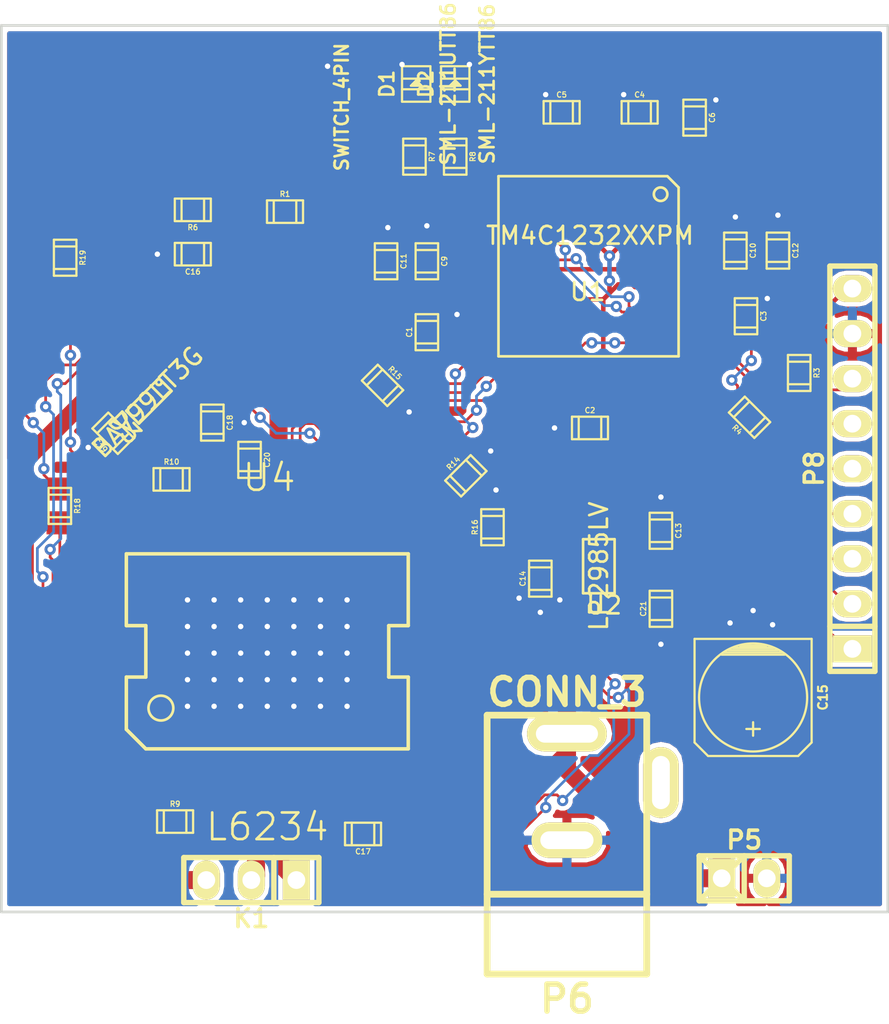
<source format=kicad_pcb>
(kicad_pcb (version 4) (host pcbnew "(2015-01-27 BZR 5391)-product")
  (layers (0 F.Cu signal) (31 B.Cu signal hide) (34 B.Paste user) (35 F.Paste user) (36 B.SilkS user) (37 F.SilkS user) (38 B.Mask user) (39 F.Mask user) (44 Edge.Cuts user))
  (net 0 "")
  (net 1 "Net-(B1-Pad1)")
  (net 2 GND)
  (net 3 +3.3V)
  (net 4 /vdcc)
  (net 5 VCC)
  (net 6 /reset)
  (net 7 /vcp)
  (net 8 "Net-(C18-Pad2)")
  (net 9 /vboot)
  (net 10 /vref)
  (net 11 /bypass)
  (net 12 "Net-(D1-Pad1)")
  (net 13 "Net-(D2-Pad1)")
  (net 14 /m_out1)
  (net 15 /m_out2)
  (net 16 /m_out3)
  (net 17 "Net-(P6-Pad1)")
  (net 18 /u0rx)
  (net 19 /u0tx)
  (net 20 /tdi)
  (net 21 /tdo)
  (net 22 /tms)
  (net 23 /tck)
  (net 24 /user_led)
  (net 25 /m_sense1_raw)
  (net 26 /m_sense2_raw)
  (net 27 /m_en3)
  (net 28 /m_en2)
  (net 29 /m_en1)
  (net 30 /m_sense1)
  (net 31 /m_sense2)
  (net 32 "Net-(U1-Pad1)")
  (net 33 "Net-(U1-Pad4)")
  (net 34 "Net-(U1-Pad5)")
  (net 35 "Net-(U1-Pad6)")
  (net 36 "Net-(U1-Pad7)")
  (net 37 "Net-(U1-Pad10)")
  (net 38 "Net-(U1-Pad13)")
  (net 39 "Net-(U1-Pad14)")
  (net 40 "Net-(U1-Pad15)")
  (net 41 "Net-(U1-Pad16)")
  (net 42 "Net-(U1-Pad19)")
  (net 43 "Net-(U1-Pad20)")
  (net 44 "Net-(U1-Pad21)")
  (net 45 "Net-(U1-Pad22)")
  (net 46 "Net-(U1-Pad23)")
  (net 47 "Net-(U1-Pad28)")
  (net 48 "Net-(U1-Pad29)")
  (net 49 "Net-(U1-Pad30)")
  (net 50 "Net-(U1-Pad31)")
  (net 51 /m_in3)
  (net 52 /m_in2)
  (net 53 /m_in1)
  (net 54 "Net-(U1-Pad40)")
  (net 55 "Net-(U1-Pad41)")
  (net 56 "Net-(U1-Pad43)")
  (net 57 "Net-(U1-Pad44)")
  (net 58 "Net-(U1-Pad45)")
  (net 59 "Net-(U1-Pad46)")
  (net 60 "Net-(U1-Pad47)")
  (net 61 "Net-(U1-Pad48)")
  (net 62 "Net-(U1-Pad53)")
  (net 63 "Net-(U1-Pad57)")
  (net 64 "Net-(U1-Pad58)")
  (net 65 "Net-(U1-Pad59)")
  (net 66 "Net-(U1-Pad60)")
  (net 67 "Net-(U1-Pad61)")
  (net 68 "Net-(U1-Pad62)")
  (net 69 "Net-(U1-Pad63)")
  (net 70 "Net-(U1-Pad64)")
  (module knielsenlib:POWERSO20 (layer F.Cu) (at 50 70.3)
    (fp_text reference U4 (at 0.1 -9.8) (layer F.SilkS) (effects (font (size 1.5 1.5))))
    (fp_text value L6234 (at 0 9.9) (layer F.SilkS) (effects (font (size 1.5 1.5))))
    (pad 1 smd rect (at -5.715 7) (size 0.7 2.4) (layers F.Cu F.Paste F.Mask) (net 2 GND))
    (pad 2 smd rect (at -4.445 7) (size 0.7 2.4) (layers F.Cu F.Paste F.Mask) (net 25 /m_sense1_raw))
    (pad 3 smd rect (at -3.175 7) (size 0.7 2.4) (layers F.Cu F.Paste F.Mask) (net 28 /m_en2))
    (pad 4 smd rect (at -1.905 7) (size 0.7 2.4) (layers F.Cu F.Paste F.Mask) (net 52 /m_in2))
    (pad 5 smd rect (at -0.635 7) (size 0.7 2.4) (layers F.Cu F.Paste F.Mask) (net 15 /m_out2))
    (pad 6 smd rect (at 0.635 7) (size 0.7 2.4) (layers F.Cu F.Paste F.Mask) (net 14 /m_out1))
    (pad 7 smd rect (at 1.905 7) (size 0.7 2.4) (layers F.Cu F.Paste F.Mask) (net 53 /m_in1))
    (pad 8 smd rect (at 3.175 7) (size 0.7 2.4) (layers F.Cu F.Paste F.Mask) (net 29 /m_en1))
    (pad 9 smd rect (at 4.445 7) (size 0.7 2.4) (layers F.Cu F.Paste F.Mask) (net 5 VCC))
    (pad 10 smd rect (at 5.715 7) (size 0.7 2.4) (layers F.Cu F.Paste F.Mask) (net 2 GND))
    (pad 11 smd rect (at 5.715 -7) (size 0.7 2.4) (layers F.Cu F.Paste F.Mask) (net 2 GND))
    (pad 12 smd rect (at 4.445 -7) (size 0.7 2.4) (layers F.Cu F.Paste F.Mask) (net 5 VCC))
    (pad 13 smd rect (at 3.175 -7) (size 0.7 2.4) (layers F.Cu F.Paste F.Mask) (net 27 /m_en3))
    (pad 14 smd rect (at 1.905 -7) (size 0.7 2.4) (layers F.Cu F.Paste F.Mask) (net 51 /m_in3))
    (pad 15 smd rect (at 0.635 -7) (size 0.7 2.4) (layers F.Cu F.Paste F.Mask) (net 16 /m_out3))
    (pad 16 smd rect (at -0.635 -7) (size 0.7 2.4) (layers F.Cu F.Paste F.Mask) (net 10 /vref))
    (pad 17 smd rect (at -1.905 -7) (size 0.7 2.4) (layers F.Cu F.Paste F.Mask) (net 7 /vcp))
    (pad 18 smd rect (at -3.175 -7) (size 0.7 2.4) (layers F.Cu F.Paste F.Mask) (net 9 /vboot))
    (pad 19 smd rect (at -4.445 -7) (size 0.7 2.4) (layers F.Cu F.Paste F.Mask) (net 26 /m_sense2_raw))
    (pad 20 smd rect (at -5.715 -7) (size 0.7 2.4) (layers F.Cu F.Paste F.Mask) (net 2 GND))
    (pad 21 smd rect (at 0 0) (size 17.7 5) (layers F.Cu F.Paste F.Mask) (net 2 GND))
    (pad 21 smd rect (at 0 0) (size 14.8 8.6) (layers F.Cu F.Paste F.Mask) (net 2 GND))
  )
  (module w_smd_cap:c_0805 (layer F.Cu) (at 46.9 57.4 270)
    (fp_text reference C18 (at 0 -0.9906 270) (layer F.SilkS) (effects (font (size 0.29972 0.29972) (thickness 0.06096))))
    (fp_text value 10n hide)
    (pad 1 smd rect (at 0.9525 0 270) (size 1.30048 1.4986) (layers F.Cu F.Paste F.Mask) (net 7 /vcp))
    (pad 2 smd rect (at -0.9525 0 270) (size 1.30048 1.4986) (layers F.Cu F.Paste F.Mask) (net 8 "Net-(C18-Pad2)"))
  )
  (module w_smd_resistors:r_0805 (layer F.Cu) (at 80 54.6 270)
    (fp_text reference R3 (at 0 -0.9906 270) (layer F.SilkS) (effects (font (size 0.29972 0.29972) (thickness 0.06096))))
    (fp_text value 10k hide)
    (pad 1 smd rect (at 0.9525 0 270) (size 1.30048 1.4986) (layers F.Cu F.Paste F.Mask) (net 23 /tck))
    (pad 2 smd rect (at -0.9525 0 270) (size 1.30048 1.4986) (layers F.Cu F.Paste F.Mask) (net 3 +3.3V))
  )
  (module w_smd_cap:c_0805 (layer F.Cu) (at 59 52.3 90)
    (fp_text reference C1 (at 0 -0.9906 90) (layer F.SilkS) (effects (font (size 0.29972 0.29972) (thickness 0.06096))))
    (fp_text value 100n hide)
    (pad 1 smd rect (at 0.9525 0 90) (size 1.30048 1.4986) (layers F.Cu F.Paste F.Mask) (net 3 +3.3V))
    (pad 2 smd rect (at -0.9525 0 90) (size 1.30048 1.4986) (layers F.Cu F.Paste F.Mask) (net 2 GND))
  )
  (module w_smd_cap:c_0805 (layer F.Cu) (at 68.2 57.7)
    (fp_text reference C2 (at 0 -0.9906) (layer F.SilkS) (effects (font (size 0.29972 0.29972) (thickness 0.06096))))
    (fp_text value 100n hide)
    (pad 1 smd rect (at 0.9525 0) (size 1.30048 1.4986) (layers F.Cu F.Paste F.Mask) (net 3 +3.3V))
    (pad 2 smd rect (at -0.9525 0) (size 1.30048 1.4986) (layers F.Cu F.Paste F.Mask) (net 2 GND))
  )
  (module w_smd_cap:c_0805 (layer F.Cu) (at 77 51.4 270)
    (fp_text reference C3 (at 0 -0.9906 270) (layer F.SilkS) (effects (font (size 0.29972 0.29972) (thickness 0.06096))))
    (fp_text value 100n hide)
    (pad 1 smd rect (at 0.9525 0 270) (size 1.30048 1.4986) (layers F.Cu F.Paste F.Mask) (net 3 +3.3V))
    (pad 2 smd rect (at -0.9525 0 270) (size 1.30048 1.4986) (layers F.Cu F.Paste F.Mask) (net 2 GND))
  )
  (module w_smd_cap:c_0805 (layer F.Cu) (at 71 39.9)
    (fp_text reference C4 (at 0 -0.9906) (layer F.SilkS) (effects (font (size 0.29972 0.29972) (thickness 0.06096))))
    (fp_text value 100n hide)
    (pad 1 smd rect (at 0.9525 0) (size 1.30048 1.4986) (layers F.Cu F.Paste F.Mask) (net 3 +3.3V))
    (pad 2 smd rect (at -0.9525 0) (size 1.30048 1.4986) (layers F.Cu F.Paste F.Mask) (net 2 GND))
  )
  (module w_smd_cap:c_0805 (layer F.Cu) (at 66.6 39.9)
    (fp_text reference C5 (at 0 -0.9906) (layer F.SilkS) (effects (font (size 0.29972 0.29972) (thickness 0.06096))))
    (fp_text value 100n hide)
    (pad 1 smd rect (at 0.9525 0) (size 1.30048 1.4986) (layers F.Cu F.Paste F.Mask) (net 3 +3.3V))
    (pad 2 smd rect (at -0.9525 0) (size 1.30048 1.4986) (layers F.Cu F.Paste F.Mask) (net 2 GND))
  )
  (module w_smd_cap:c_0805 (layer F.Cu) (at 74.1 40.2 270)
    (fp_text reference C6 (at 0 -0.9906 270) (layer F.SilkS) (effects (font (size 0.29972 0.29972) (thickness 0.06096))))
    (fp_text value 10u hide)
    (pad 1 smd rect (at 0.9525 0 270) (size 1.30048 1.4986) (layers F.Cu F.Paste F.Mask) (net 3 +3.3V))
    (pad 2 smd rect (at -0.9525 0 270) (size 1.30048 1.4986) (layers F.Cu F.Paste F.Mask) (net 2 GND))
  )
  (module w_smd_cap:c_0805 (layer F.Cu) (at 59 48.3 270)
    (fp_text reference C9 (at 0 -0.9906 270) (layer F.SilkS) (effects (font (size 0.29972 0.29972) (thickness 0.06096))))
    (fp_text value 100n hide)
    (pad 1 smd rect (at 0.9525 0 270) (size 1.30048 1.4986) (layers F.Cu F.Paste F.Mask) (net 4 /vdcc))
    (pad 2 smd rect (at -0.9525 0 270) (size 1.30048 1.4986) (layers F.Cu F.Paste F.Mask) (net 2 GND))
  )
  (module w_smd_cap:c_0805 (layer F.Cu) (at 76.4 47.7 270)
    (fp_text reference C10 (at 0 -0.9906 270) (layer F.SilkS) (effects (font (size 0.29972 0.29972) (thickness 0.06096))))
    (fp_text value 100n hide)
    (pad 1 smd rect (at 0.9525 0 270) (size 1.30048 1.4986) (layers F.Cu F.Paste F.Mask) (net 4 /vdcc))
    (pad 2 smd rect (at -0.9525 0 270) (size 1.30048 1.4986) (layers F.Cu F.Paste F.Mask) (net 2 GND))
  )
  (module w_smd_cap:c_0805 (layer F.Cu) (at 56.7 48.3 270)
    (fp_text reference C11 (at 0 -0.9906 270) (layer F.SilkS) (effects (font (size 0.29972 0.29972) (thickness 0.06096))))
    (fp_text value 1u hide)
    (pad 1 smd rect (at 0.9525 0 270) (size 1.30048 1.4986) (layers F.Cu F.Paste F.Mask) (net 4 /vdcc))
    (pad 2 smd rect (at -0.9525 0 270) (size 1.30048 1.4986) (layers F.Cu F.Paste F.Mask) (net 2 GND))
  )
  (module w_smd_cap:c_0805 (layer F.Cu) (at 78.8 47.7 270)
    (fp_text reference C12 (at 0 -0.9906 270) (layer F.SilkS) (effects (font (size 0.29972 0.29972) (thickness 0.06096))))
    (fp_text value 2.2u hide)
    (pad 1 smd rect (at 0.9525 0 270) (size 1.30048 1.4986) (layers F.Cu F.Paste F.Mask) (net 4 /vdcc))
    (pad 2 smd rect (at -0.9525 0 270) (size 1.30048 1.4986) (layers F.Cu F.Paste F.Mask) (net 2 GND))
  )
  (module w_smd_cap:c_0805 (layer F.Cu) (at 72.2 63.5 270)
    (fp_text reference C13 (at 0 -0.9906 270) (layer F.SilkS) (effects (font (size 0.29972 0.29972) (thickness 0.06096))))
    (fp_text value 2.2u hide)
    (pad 1 smd rect (at 0.9525 0 270) (size 1.30048 1.4986) (layers F.Cu F.Paste F.Mask) (net 3 +3.3V))
    (pad 2 smd rect (at -0.9525 0 270) (size 1.30048 1.4986) (layers F.Cu F.Paste F.Mask) (net 2 GND))
  )
  (module w_smd_cap:c_0805 (layer F.Cu) (at 65.4 66.2 90)
    (fp_text reference C14 (at 0 -0.9906 90) (layer F.SilkS) (effects (font (size 0.29972 0.29972) (thickness 0.06096))))
    (fp_text value 1u hide)
    (pad 1 smd rect (at 0.9525 0 90) (size 1.30048 1.4986) (layers F.Cu F.Paste F.Mask) (net 5 VCC))
    (pad 2 smd rect (at -0.9525 0 90) (size 1.30048 1.4986) (layers F.Cu F.Paste F.Mask) (net 2 GND))
  )
  (module w_smd_cap:c_elec_6.3x5.3 (layer F.Cu) (at 77.4 72.9 270)
    (fp_text reference C15 (at 0 -3.937 270) (layer F.SilkS) (effects (font (size 0.50038 0.50038) (thickness 0.11938))))
    (fp_text value 100u hide)
    (pad 1 smd rect (at 2.75082 0 270) (size 3.59918 1.6002) (layers F.Cu F.Paste F.Mask) (net 5 VCC))
    (pad 2 smd rect (at -2.75082 0 270) (size 3.59918 1.6002) (layers F.Cu F.Paste F.Mask) (net 2 GND))
  )
  (module w_smd_cap:c_0805 (layer F.Cu) (at 45.8 47.9 180)
    (fp_text reference C16 (at 0 -0.9906 180) (layer F.SilkS) (effects (font (size 0.29972 0.29972) (thickness 0.06096))))
    (fp_text value 10n hide)
    (pad 1 smd rect (at 0.9525 0 180) (size 1.30048 1.4986) (layers F.Cu F.Paste F.Mask) (net 2 GND))
    (pad 2 smd rect (at -0.9525 0 180) (size 1.30048 1.4986) (layers F.Cu F.Paste F.Mask) (net 6 /reset))
  )
  (module w_smd_cap:c_0805 (layer F.Cu) (at 55.4 80.6 180)
    (fp_text reference C17 (at 0 -0.9906 180) (layer F.SilkS) (effects (font (size 0.29972 0.29972) (thickness 0.06096))))
    (fp_text value 100n hide)
    (pad 1 smd rect (at 0.9525 0 180) (size 1.30048 1.4986) (layers F.Cu F.Paste F.Mask) (net 5 VCC))
    (pad 2 smd rect (at -0.9525 0 180) (size 1.30048 1.4986) (layers F.Cu F.Paste F.Mask) (net 2 GND))
  )
  (module w_smd_cap:c_0805 (layer F.Cu) (at 41.3 58 135)
    (fp_text reference C19 (at 0 -0.9906 135) (layer F.SilkS) (effects (font (size 0.29972 0.29972) (thickness 0.06096))))
    (fp_text value 220n hide)
    (pad 1 smd rect (at 0.9525 0 135) (size 1.30048 1.4986) (layers F.Cu F.Paste F.Mask) (net 9 /vboot))
    (pad 2 smd rect (at -0.9525 0 135) (size 1.30048 1.4986) (layers F.Cu F.Paste F.Mask) (net 2 GND))
  )
  (module w_smd_cap:c_0805 (layer F.Cu) (at 49 59.5 270)
    (fp_text reference C20 (at 0 -0.9906 270) (layer F.SilkS) (effects (font (size 0.29972 0.29972) (thickness 0.06096))))
    (fp_text value 1u hide)
    (pad 1 smd rect (at 0.9525 0 270) (size 1.30048 1.4986) (layers F.Cu F.Paste F.Mask) (net 10 /vref))
    (pad 2 smd rect (at -0.9525 0 270) (size 1.30048 1.4986) (layers F.Cu F.Paste F.Mask) (net 2 GND))
  )
  (module w_smd_cap:c_0805 (layer F.Cu) (at 72.2 67.9 90)
    (fp_text reference C21 (at 0 -0.9906 90) (layer F.SilkS) (effects (font (size 0.29972 0.29972) (thickness 0.06096))))
    (fp_text value 10n hide)
    (pad 1 smd rect (at 0.9525 0 90) (size 1.30048 1.4986) (layers F.Cu F.Paste F.Mask) (net 11 /bypass))
    (pad 2 smd rect (at -0.9525 0 90) (size 1.30048 1.4986) (layers F.Cu F.Paste F.Mask) (net 2 GND))
  )
  (module w_smd_leds:Led_0805 (layer F.Cu) (at 58.4 38.3 90)
    (fp_text reference D1 (at 0 -1.651 90) (layer F.SilkS) (effects (font (size 0.8001 0.8001) (thickness 0.14986))))
    (fp_text value SML-211UTT86 (at 0 1.80086 90) (layer F.SilkS) (effects (font (size 0.8001 0.8001) (thickness 0.14986))))
    (pad 1 smd rect (at -1.04902 0 90) (size 1.19888 1.19888) (layers F.Cu F.Paste F.Mask) (net 12 "Net-(D1-Pad1)"))
    (pad 2 smd rect (at 1.04902 0 90) (size 1.19888 1.19888) (layers F.Cu F.Paste F.Mask) (net 2 GND))
  )
  (module w_smd_leds:Led_0805 (layer F.Cu) (at 60.6 38.3 90)
    (fp_text reference D2 (at 0 -1.651 90) (layer F.SilkS) (effects (font (size 0.8001 0.8001) (thickness 0.14986))))
    (fp_text value SML-211YTT86 (at 0 1.80086 90) (layer F.SilkS) (effects (font (size 0.8001 0.8001) (thickness 0.14986))))
    (pad 1 smd rect (at -1.04902 0 90) (size 1.19888 1.19888) (layers F.Cu F.Paste F.Mask) (net 13 "Net-(D2-Pad1)"))
    (pad 2 smd rect (at 1.04902 0 90) (size 1.19888 1.19888) (layers F.Cu F.Paste F.Mask) (net 2 GND))
  )
  (module SMD_Packages:SOT-23 (layer F.Cu) (at 43.3 56.2 225)
    (fp_text reference D3 (at 1.99898 -0.09906 315) (layer F.SilkS))
    (fp_text value BAV99LT3G (at 0.0635 0 225) (layer F.SilkS))
    (pad 3 smd rect (at 0 -1.09982 225) (size 0.8001 1.00076) (layers F.Cu F.Paste F.Mask) (net 8 "Net-(C18-Pad2)"))
    (pad 2 smd rect (at 0.9525 1.09982 225) (size 0.8001 1.00076) (layers F.Cu F.Paste F.Mask) (net 9 /vboot))
    (pad 1 smd rect (at -0.9525 1.09982 225) (size 0.8001 1.00076) (layers F.Cu F.Paste F.Mask) (net 5 VCC))
  )
  (module w_pin_strip:pin_strip_3 (layer F.Cu) (at 49.1 83.2 180)
    (fp_text reference K1 (at 0 -2.159 180) (layer F.SilkS) (effects (font (size 1.016 1.016) (thickness 0.2032))))
    (fp_text value CONN_3 hide)
    (pad 1 thru_hole rect (at -2.54 0 180) (size 1.524 2.19964) (drill 1.00076) (layers *.Cu *.Mask F.SilkS) (net 14 /m_out1))
    (pad 2 thru_hole oval (at 0 0 180) (size 1.524 2.19964) (drill 1.00076) (layers *.Cu *.Mask F.SilkS) (net 15 /m_out2))
    (pad 3 thru_hole oval (at 2.54 0 180) (size 1.524 2.19964) (drill 1.00076) (layers *.Cu *.Mask F.SilkS) (net 16 /m_out3))
  )
  (module w_pin_strip:pin_strip_2 (layer F.Cu) (at 76.9 83.1)
    (fp_text reference P5 (at 0 -2.159) (layer F.SilkS) (effects (font (size 1.016 1.016) (thickness 0.2032))))
    (fp_text value CONN_2 hide)
    (pad 1 thru_hole rect (at -1.27 0) (size 1.524 2.19964) (drill 1.00076) (layers *.Cu *.Mask F.SilkS) (net 5 VCC))
    (pad 2 thru_hole oval (at 1.27 0) (size 1.524 2.19964) (drill 1.00076) (layers *.Cu *.Mask F.SilkS) (net 2 GND))
  )
  (module w_conn_misc:dc_socket (layer F.Cu) (at 66.9 81.2)
    (fp_text reference P6 (at 0 8.6995) (layer F.SilkS) (effects (font (thickness 0.3048))))
    (fp_text value CONN_3 (at 0 -8.60044) (layer F.SilkS) (effects (font (thickness 0.3048))))
    (pad 1 thru_hole oval (at 5.30098 -3.50012) (size 1.99898 4.0005) (drill oval 1.00076 2.99974) (layers *.Cu *.Mask F.SilkS) (net 17 "Net-(P6-Pad1)"))
    (pad 2 thru_hole oval (at 0 -0.24892) (size 4.0005 1.99898) (drill oval 2.99974 1.00076) (layers *.Cu *.Mask F.SilkS) (net 2 GND))
    (pad 3 thru_hole oval (at 0 -6.25094) (size 4.50088 1.99898) (drill oval 3.50012 1.00076) (layers *.Cu *.Mask F.SilkS) (net 5 VCC))
  )
  (module w_pin_strip:pin_strip_9 (layer F.Cu) (at 83 60 90)
    (fp_text reference P8 (at 0 -2.159 90) (layer F.SilkS) (effects (font (size 1.016 1.016) (thickness 0.2032))))
    (fp_text value CONN_9 hide)
    (pad 1 thru_hole rect (at -10.16 0 90) (size 1.524 2.19964) (drill 1.00076) (layers *.Cu *.Mask F.SilkS) (net 6 /reset))
    (pad 2 thru_hole oval (at -7.62 0 90) (size 1.524 2.19964) (drill 1.00076) (layers *.Cu *.Mask F.SilkS) (net 18 /u0rx))
    (pad 3 thru_hole oval (at -5.08 0 90) (size 1.524 2.19964) (drill 1.00076) (layers *.Cu *.Mask F.SilkS) (net 19 /u0tx))
    (pad 4 thru_hole oval (at -2.54 0 90) (size 1.524 2.19964) (drill 1.00076) (layers *.Cu *.Mask F.SilkS) (net 20 /tdi))
    (pad 5 thru_hole oval (at 0 0 90) (size 1.524 2.19964) (drill 1.00076) (layers *.Cu *.Mask F.SilkS) (net 21 /tdo))
    (pad 6 thru_hole oval (at 2.54 0 90) (size 1.524 2.19964) (drill 1.00076) (layers *.Cu *.Mask F.SilkS) (net 22 /tms))
    (pad 7 thru_hole oval (at 5.08 0 90) (size 1.524 2.19964) (drill 1.00076) (layers *.Cu *.Mask F.SilkS) (net 23 /tck))
    (pad 8 thru_hole oval (at 7.62 0 90) (size 1.524 2.19964) (drill 1.00076) (layers *.Cu *.Mask F.SilkS) (net 2 GND))
    (pad 9 thru_hole oval (at 10.16 0 90) (size 1.524 2.19964) (drill 1.00076) (layers *.Cu *.Mask F.SilkS) (net 3 +3.3V))
  )
  (module w_smd_resistors:r_0805 (layer F.Cu) (at 51 45.5)
    (fp_text reference R1 (at 0 -0.9906) (layer F.SilkS) (effects (font (size 0.29972 0.29972) (thickness 0.06096))))
    (fp_text value 10k hide)
    (pad 1 smd rect (at 0.9525 0) (size 1.30048 1.4986) (layers F.Cu F.Paste F.Mask) (net 3 +3.3V))
    (pad 2 smd rect (at -0.9525 0) (size 1.30048 1.4986) (layers F.Cu F.Paste F.Mask) (net 6 /reset))
  )
  (module w_smd_resistors:r_0805 (layer F.Cu) (at 77.2 57.1 135)
    (fp_text reference R4 (at 0 -0.9906 135) (layer F.SilkS) (effects (font (size 0.29972 0.29972) (thickness 0.06096))))
    (fp_text value 10k hide)
    (pad 1 smd rect (at 0.9525 0 135) (size 1.30048 1.4986) (layers F.Cu F.Paste F.Mask) (net 3 +3.3V))
    (pad 2 smd rect (at -0.9525 0 135) (size 1.30048 1.4986) (layers F.Cu F.Paste F.Mask) (net 22 /tms))
  )
  (module w_smd_resistors:r_0805 (layer F.Cu) (at 45.8 45.4 180)
    (fp_text reference R6 (at 0 -0.9906 180) (layer F.SilkS) (effects (font (size 0.29972 0.29972) (thickness 0.06096))))
    (fp_text value 100 hide)
    (pad 1 smd rect (at 0.9525 0 180) (size 1.30048 1.4986) (layers F.Cu F.Paste F.Mask) (net 1 "Net-(B1-Pad1)"))
    (pad 2 smd rect (at -0.9525 0 180) (size 1.30048 1.4986) (layers F.Cu F.Paste F.Mask) (net 6 /reset))
  )
  (module w_smd_resistors:r_0805 (layer F.Cu) (at 58.3 42.4 270)
    (fp_text reference R7 (at 0 -0.9906 270) (layer F.SilkS) (effects (font (size 0.29972 0.29972) (thickness 0.06096))))
    (fp_text value 1k hide)
    (pad 1 smd rect (at 0.9525 0 270) (size 1.30048 1.4986) (layers F.Cu F.Paste F.Mask) (net 3 +3.3V))
    (pad 2 smd rect (at -0.9525 0 270) (size 1.30048 1.4986) (layers F.Cu F.Paste F.Mask) (net 12 "Net-(D1-Pad1)"))
  )
  (module w_smd_resistors:r_0805 (layer F.Cu) (at 60.6 42.4 270)
    (fp_text reference R8 (at 0 -0.9906 270) (layer F.SilkS) (effects (font (size 0.29972 0.29972) (thickness 0.06096))))
    (fp_text value 1k hide)
    (pad 1 smd rect (at 0.9525 0 270) (size 1.30048 1.4986) (layers F.Cu F.Paste F.Mask) (net 24 /user_led))
    (pad 2 smd rect (at -0.9525 0 270) (size 1.30048 1.4986) (layers F.Cu F.Paste F.Mask) (net 13 "Net-(D2-Pad1)"))
  )
  (module w_smd_resistors:r_0805 (layer F.Cu) (at 44.8 79.9)
    (fp_text reference R9 (at 0 -0.9906) (layer F.SilkS) (effects (font (size 0.29972 0.29972) (thickness 0.06096))))
    (fp_text value 0R22 hide)
    (pad 1 smd rect (at 0.9525 0) (size 1.30048 1.4986) (layers F.Cu F.Paste F.Mask) (net 25 /m_sense1_raw))
    (pad 2 smd rect (at -0.9525 0) (size 1.30048 1.4986) (layers F.Cu F.Paste F.Mask) (net 2 GND))
  )
  (module w_smd_resistors:r_0805 (layer F.Cu) (at 44.6 60.6)
    (fp_text reference R10 (at 0 -0.9906) (layer F.SilkS) (effects (font (size 0.29972 0.29972) (thickness 0.06096))))
    (fp_text value 0R22 hide)
    (pad 1 smd rect (at 0.9525 0) (size 1.30048 1.4986) (layers F.Cu F.Paste F.Mask) (net 26 /m_sense2_raw))
    (pad 2 smd rect (at -0.9525 0) (size 1.30048 1.4986) (layers F.Cu F.Paste F.Mask) (net 2 GND))
  )
  (module w_smd_resistors:r_0805 (layer F.Cu) (at 61.2 60.4 45)
    (fp_text reference R14 (at 0 -0.9906 45) (layer F.SilkS) (effects (font (size 0.29972 0.29972) (thickness 0.06096))))
    (fp_text value 47k hide)
    (pad 1 smd rect (at 0.9525 0 45) (size 1.30048 1.4986) (layers F.Cu F.Paste F.Mask) (net 2 GND))
    (pad 2 smd rect (at -0.9525 0 45) (size 1.30048 1.4986) (layers F.Cu F.Paste F.Mask) (net 27 /m_en3))
  )
  (module w_smd_resistors:r_0805 (layer F.Cu) (at 56.5 55.3 315)
    (fp_text reference R15 (at 0 -0.9906 315) (layer F.SilkS) (effects (font (size 0.29972 0.29972) (thickness 0.06096))))
    (fp_text value 47k hide)
    (pad 1 smd rect (at 0.9525 0 315) (size 1.30048 1.4986) (layers F.Cu F.Paste F.Mask) (net 2 GND))
    (pad 2 smd rect (at -0.9525 0 315) (size 1.30048 1.4986) (layers F.Cu F.Paste F.Mask) (net 28 /m_en2))
  )
  (module w_smd_resistors:r_0805 (layer F.Cu) (at 62.7 63.3 90)
    (fp_text reference R16 (at 0 -0.9906 90) (layer F.SilkS) (effects (font (size 0.29972 0.29972) (thickness 0.06096))))
    (fp_text value 47k hide)
    (pad 1 smd rect (at 0.9525 0 90) (size 1.30048 1.4986) (layers F.Cu F.Paste F.Mask) (net 2 GND))
    (pad 2 smd rect (at -0.9525 0 90) (size 1.30048 1.4986) (layers F.Cu F.Paste F.Mask) (net 29 /m_en1))
  )
  (module w_smd_resistors:r_0805 (layer F.Cu) (at 38.3 62.1 270)
    (fp_text reference R18 (at 0 -0.9906 270) (layer F.SilkS) (effects (font (size 0.29972 0.29972) (thickness 0.06096))))
    (fp_text value 0 hide)
    (pad 1 smd rect (at 0.9525 0 270) (size 1.30048 1.4986) (layers F.Cu F.Paste F.Mask) (net 25 /m_sense1_raw))
    (pad 2 smd rect (at -0.9525 0 270) (size 1.30048 1.4986) (layers F.Cu F.Paste F.Mask) (net 30 /m_sense1))
  )
  (module w_smd_resistors:r_0805 (layer F.Cu) (at 38.6 48.1 270)
    (fp_text reference R19 (at 0 -0.9906 270) (layer F.SilkS) (effects (font (size 0.29972 0.29972) (thickness 0.06096))))
    (fp_text value 0 hide)
    (pad 1 smd rect (at 0.9525 0 270) (size 1.30048 1.4986) (layers F.Cu F.Paste F.Mask) (net 26 /m_sense2_raw))
    (pad 2 smd rect (at -0.9525 0 270) (size 1.30048 1.4986) (layers F.Cu F.Paste F.Mask) (net 31 /m_sense2))
  )
  (module SMD_Packages:TQFP-64 (layer F.Cu) (at 68.2 48.5 180)
    (fp_text reference U1 (at 0.127 -1.524 180) (layer F.SilkS))
    (fp_text value TM4C1232XXPM (at 0 1.651 180) (layer F.SilkS))
    (pad 1 smd rect (at -3.74904 5.86994 180) (size 0.24892 1.524) (layers F.Cu F.Paste F.Mask) (net 32 "Net-(U1-Pad1)"))
    (pad 2 smd oval (at -3.24866 5.86994 180) (size 0.24892 1.524) (layers F.Cu F.Paste F.Mask) (net 3 +3.3V))
    (pad 3 smd oval (at -2.74828 5.86994 180) (size 0.24892 1.524) (layers F.Cu F.Paste F.Mask) (net 2 GND))
    (pad 4 smd oval (at -2.2479 5.86994 180) (size 0.24892 1.524) (layers F.Cu F.Paste F.Mask) (net 33 "Net-(U1-Pad4)"))
    (pad 5 smd oval (at -1.74752 5.86994 180) (size 0.24892 1.524) (layers F.Cu F.Paste F.Mask) (net 34 "Net-(U1-Pad5)"))
    (pad 6 smd oval (at -1.24968 5.86994 180) (size 0.24892 1.524) (layers F.Cu F.Paste F.Mask) (net 35 "Net-(U1-Pad6)"))
    (pad 7 smd oval (at -0.7493 5.86994 180) (size 0.24892 1.524) (layers F.Cu F.Paste F.Mask) (net 36 "Net-(U1-Pad7)"))
    (pad 8 smd oval (at -0.24892 5.86994 180) (size 0.24892 1.524) (layers F.Cu F.Paste F.Mask) (net 30 /m_sense1))
    (pad 9 smd oval (at 0.25146 5.86994 180) (size 0.24892 1.524) (layers F.Cu F.Paste F.Mask) (net 31 /m_sense2))
    (pad 10 smd oval (at 0.75184 5.86994 180) (size 0.24892 1.524) (layers F.Cu F.Paste F.Mask) (net 37 "Net-(U1-Pad10)"))
    (pad 11 smd oval (at 1.25222 5.86994 180) (size 0.24892 1.524) (layers F.Cu F.Paste F.Mask) (net 3 +3.3V))
    (pad 12 smd oval (at 1.75006 5.86994 180) (size 0.24892 1.524) (layers F.Cu F.Paste F.Mask) (net 2 GND))
    (pad 13 smd oval (at 2.25044 5.86994 180) (size 0.24892 1.524) (layers F.Cu F.Paste F.Mask) (net 38 "Net-(U1-Pad13)"))
    (pad 14 smd oval (at 2.75082 5.86994 180) (size 0.24892 1.524) (layers F.Cu F.Paste F.Mask) (net 39 "Net-(U1-Pad14)"))
    (pad 15 smd oval (at 3.2512 5.86994 180) (size 0.24892 1.524) (layers F.Cu F.Paste F.Mask) (net 40 "Net-(U1-Pad15)"))
    (pad 16 smd oval (at 3.75158 5.86994 180) (size 0.24892 1.524) (layers F.Cu F.Paste F.Mask) (net 41 "Net-(U1-Pad16)"))
    (pad 17 smd oval (at 6.0325 3.74904 180) (size 1.524 0.24892) (layers F.Cu F.Paste F.Mask) (net 18 /u0rx))
    (pad 18 smd oval (at 6.0325 3.24866 180) (size 1.524 0.24892) (layers F.Cu F.Paste F.Mask) (net 19 /u0tx))
    (pad 19 smd oval (at 6.0325 2.74828 180) (size 1.524 0.24892) (layers F.Cu F.Paste F.Mask) (net 42 "Net-(U1-Pad19)"))
    (pad 20 smd oval (at 6.0325 2.2479 180) (size 1.524 0.24892) (layers F.Cu F.Paste F.Mask) (net 43 "Net-(U1-Pad20)"))
    (pad 21 smd oval (at 6.0325 1.74752 180) (size 1.524 0.24892) (layers F.Cu F.Paste F.Mask) (net 44 "Net-(U1-Pad21)"))
    (pad 22 smd oval (at 6.0325 1.24968 180) (size 1.524 0.24892) (layers F.Cu F.Paste F.Mask) (net 45 "Net-(U1-Pad22)"))
    (pad 23 smd oval (at 6.0325 0.7493 180) (size 1.524 0.24892) (layers F.Cu F.Paste F.Mask) (net 46 "Net-(U1-Pad23)"))
    (pad 24 smd oval (at 6.0325 0.24892 180) (size 1.524 0.24892) (layers F.Cu F.Paste F.Mask) (net 24 /user_led))
    (pad 25 smd oval (at 6.0325 -0.25146 180) (size 1.524 0.24892) (layers F.Cu F.Paste F.Mask) (net 4 /vdcc))
    (pad 26 smd oval (at 6.0325 -0.75184 180) (size 1.524 0.24892) (layers F.Cu F.Paste F.Mask) (net 3 +3.3V))
    (pad 27 smd oval (at 6.0325 -1.25222 180) (size 1.524 0.24892) (layers F.Cu F.Paste F.Mask) (net 2 GND))
    (pad 28 smd oval (at 6.0325 -1.75006 180) (size 1.524 0.24892) (layers F.Cu F.Paste F.Mask) (net 47 "Net-(U1-Pad28)"))
    (pad 29 smd oval (at 6.0325 -2.25044 180) (size 1.524 0.24892) (layers F.Cu F.Paste F.Mask) (net 48 "Net-(U1-Pad29)"))
    (pad 30 smd oval (at 6.0325 -2.75082 180) (size 1.524 0.24892) (layers F.Cu F.Paste F.Mask) (net 49 "Net-(U1-Pad30)"))
    (pad 31 smd oval (at 6.0325 -3.2512 180) (size 1.524 0.24892) (layers F.Cu F.Paste F.Mask) (net 50 "Net-(U1-Pad31)"))
    (pad 32 smd oval (at 6.0325 -3.75158 180) (size 1.524 0.24892) (layers F.Cu F.Paste F.Mask) (net 27 /m_en3))
    (pad 33 smd oval (at 3.75158 -6.0325 180) (size 0.24892 1.524) (layers F.Cu F.Paste F.Mask) (net 28 /m_en2))
    (pad 34 smd oval (at 3.2512 -6.0325 180) (size 0.24892 1.524) (layers F.Cu F.Paste F.Mask) (net 29 /m_en1))
    (pad 35 smd oval (at 2.75082 -6.0325 180) (size 0.24892 1.524) (layers F.Cu F.Paste F.Mask) (net 51 /m_in3))
    (pad 36 smd oval (at 2.25044 -6.0325 180) (size 0.24892 1.524) (layers F.Cu F.Paste F.Mask) (net 52 /m_in2))
    (pad 37 smd oval (at 1.75006 -6.0325 180) (size 0.24892 1.524) (layers F.Cu F.Paste F.Mask) (net 53 /m_in1))
    (pad 38 smd oval (at 1.25222 -6.0325 180) (size 0.24892 1.524) (layers F.Cu F.Paste F.Mask) (net 6 /reset))
    (pad 39 smd oval (at 0.75184 -6.0325 180) (size 0.24892 1.524) (layers F.Cu F.Paste F.Mask) (net 2 GND))
    (pad 40 smd oval (at 0.25146 -6.0325 180) (size 0.24892 1.524) (layers F.Cu F.Paste F.Mask) (net 54 "Net-(U1-Pad40)"))
    (pad 41 smd oval (at -0.24892 -6.0325 180) (size 0.24892 1.524) (layers F.Cu F.Paste F.Mask) (net 55 "Net-(U1-Pad41)"))
    (pad 42 smd oval (at -0.7493 -6.0325 180) (size 0.24892 1.524) (layers F.Cu F.Paste F.Mask) (net 3 +3.3V))
    (pad 43 smd oval (at -1.24968 -6.0325 180) (size 0.24892 1.524) (layers F.Cu F.Paste F.Mask) (net 56 "Net-(U1-Pad43)"))
    (pad 44 smd oval (at -1.74752 -6.0325 180) (size 0.24892 1.524) (layers F.Cu F.Paste F.Mask) (net 57 "Net-(U1-Pad44)"))
    (pad 45 smd oval (at -2.2479 -6.0325 180) (size 0.24892 1.524) (layers F.Cu F.Paste F.Mask) (net 58 "Net-(U1-Pad45)"))
    (pad 46 smd oval (at -2.74828 -6.0325 180) (size 0.24892 1.524) (layers F.Cu F.Paste F.Mask) (net 59 "Net-(U1-Pad46)"))
    (pad 47 smd oval (at -3.24866 -6.0325 180) (size 0.24892 1.524) (layers F.Cu F.Paste F.Mask) (net 60 "Net-(U1-Pad47)"))
    (pad 48 smd oval (at -3.74904 -6.0325 180) (size 0.24892 1.524) (layers F.Cu F.Paste F.Mask) (net 61 "Net-(U1-Pad48)"))
    (pad 49 smd oval (at -5.86994 -3.75158 180) (size 1.524 0.24892) (layers F.Cu F.Paste F.Mask) (net 21 /tdo))
    (pad 50 smd oval (at -5.86994 -3.2512 180) (size 1.524 0.24892) (layers F.Cu F.Paste F.Mask) (net 20 /tdi))
    (pad 52 smd oval (at -5.86994 -2.25044 180) (size 1.524 0.24892) (layers F.Cu F.Paste F.Mask) (net 23 /tck))
    (pad 51 smd oval (at -5.88772 -2.75082 180) (size 1.524 0.24892) (layers F.Cu F.Paste F.Mask) (net 22 /tms))
    (pad 53 smd oval (at -5.86994 -1.75006 180) (size 1.524 0.24892) (layers F.Cu F.Paste F.Mask) (net 62 "Net-(U1-Pad53)"))
    (pad 54 smd oval (at -5.86994 -1.25222 180) (size 1.524 0.24892) (layers F.Cu F.Paste F.Mask) (net 3 +3.3V))
    (pad 55 smd oval (at -5.86994 -0.75184 180) (size 1.524 0.24892) (layers F.Cu F.Paste F.Mask) (net 2 GND))
    (pad 56 smd oval (at -5.86994 -0.25146 180) (size 1.524 0.24892) (layers F.Cu F.Paste F.Mask) (net 4 /vdcc))
    (pad 57 smd oval (at -5.86994 0.24892 180) (size 1.524 0.24892) (layers F.Cu F.Paste F.Mask) (net 63 "Net-(U1-Pad57)"))
    (pad 58 smd oval (at -5.86994 0.7493 180) (size 1.524 0.24892) (layers F.Cu F.Paste F.Mask) (net 64 "Net-(U1-Pad58)"))
    (pad 59 smd oval (at -5.86994 1.24206 180) (size 1.524 0.24892) (layers F.Cu F.Paste F.Mask) (net 65 "Net-(U1-Pad59)"))
    (pad 60 smd oval (at -5.86994 1.74244 180) (size 1.524 0.24892) (layers F.Cu F.Paste F.Mask) (net 66 "Net-(U1-Pad60)"))
    (pad 61 smd oval (at -5.86994 2.24282 180) (size 1.524 0.24892) (layers F.Cu F.Paste F.Mask) (net 67 "Net-(U1-Pad61)"))
    (pad 62 smd oval (at -5.86994 2.7432 180) (size 1.524 0.24892) (layers F.Cu F.Paste F.Mask) (net 68 "Net-(U1-Pad62)"))
    (pad 63 smd oval (at -5.86994 3.24104 180) (size 1.524 0.24892) (layers F.Cu F.Paste F.Mask) (net 69 "Net-(U1-Pad63)"))
    (pad 64 smd oval (at -5.86994 3.74142 180) (size 1.524 0.24892) (layers F.Cu F.Paste F.Mask) (net 70 "Net-(U1-Pad64)"))
  )
  (module SMD_Packages:SOT-23-5 (layer F.Cu) (at 68.7 65.5 270)
    (fp_text reference U2 (at 2.19964 -0.29972 360) (layer F.SilkS))
    (fp_text value LP2985LV (at 0 0 270) (layer F.SilkS))
    (pad 1 smd rect (at -0.9525 1.27 270) (size 0.508 0.762) (layers F.Cu F.Paste F.Mask) (net 5 VCC))
    (pad 3 smd rect (at 0.9525 1.27 270) (size 0.508 0.762) (layers F.Cu F.Paste F.Mask) (net 5 VCC))
    (pad 5 smd rect (at -0.9525 -1.27 270) (size 0.508 0.762) (layers F.Cu F.Paste F.Mask) (net 3 +3.3V))
    (pad 2 smd rect (at 0 1.27 270) (size 0.508 0.762) (layers F.Cu F.Paste F.Mask) (net 2 GND))
    (pad 4 smd rect (at 0.9525 -1.27 270) (size 0.508 0.762) (layers F.Cu F.Paste F.Mask) (net 11 /bypass))
  )
  (module knielsenlib:SWITCH_FSMJSMA (layer F.Cu) (at 47.5 39.6 270)
    (fp_text reference B1 hide)
    (fp_text value SWITCH_4PIN (at 0 -6.70052 270) (layer F.SilkS) (effects (font (size 0.7493 0.7493) (thickness 0.14986))))
    (pad 1 smd rect (at 2.25044 -4.54914 270) (size 1.39954 2.10058) (layers F.Cu F.Paste F.Mask) (net 1 "Net-(B1-Pad1)"))
    (pad 2 smd rect (at 2.25044 4.54914 270) (size 1.39954 2.10058) (layers F.Cu F.Paste F.Mask) (net 1 "Net-(B1-Pad1)"))
    (pad 3 smd rect (at -2.25044 -4.54914 270) (size 1.39954 2.10058) (layers F.Cu F.Paste F.Mask) (net 2 GND))
    (pad 4 smd rect (at -2.25044 4.54914 270) (size 1.39954 2.10058) (layers F.Cu F.Paste F.Mask) (net 2 GND))
  )
  (gr_line (start 35 85) (end 35 35) (angle 90) (layer Edge.Cuts) (width 0.15))
  (gr_line (start 85 85) (end 35 85) (angle 90) (layer Edge.Cuts) (width 0.15))
  (gr_line (start 85 35) (end 85 85) (angle 90) (layer Edge.Cuts) (width 0.15))
  (gr_line (start 35 35) (end 85 35) (angle 90) (layer Edge.Cuts) (width 0.15))
  (segment (start 44.8475 43.39656) (end 46.39362 41.85044) (width 0.1524) (layer F.Cu) (net 1))
  (segment (start 46.39362 41.85044) (end 52.04914 41.85044) (width 0.1524) (layer F.Cu) (net 1))
  (segment (start 44.8475 45.4) (end 44.8475 43.39656) (width 0.1524) (layer F.Cu) (net 1))
  (segment (start 44.8475 43.39656) (end 43.30138 41.85044) (width 0.1524) (layer F.Cu) (net 1))
  (segment (start 43.30138 41.85044) (end 42.95086 41.85044) (width 0.1524) (layer F.Cu) (net 1))
  (segment (start 41.973519 58.673519) (end 40.026481 58.673519) (width 0.1524) (layer F.Cu) (net 2))
  (segment (start 40.026481 58.673519) (end 39.9 58.8) (width 0.1524) (layer F.Cu) (net 2))
  (via (at 39.9 58.8) (size 0.635) (drill 0.3048) (layers F.Cu B.Cu) (net 2))
  (segment (start 77.4 70.14918) (end 77.4 68) (width 1.016) (layer F.Cu) (net 2))
  (via (at 77.4 68) (size 0.635) (drill 0.3048) (layers F.Cu B.Cu) (net 2))
  (segment (start 77.4 69.9) (end 78.5 68.8) (width 1.016) (layer F.Cu) (net 2))
  (via (at 78.5 68.8) (size 0.635) (drill 0.3048) (layers F.Cu B.Cu) (net 2))
  (segment (start 77.4 70.14918) (end 77.4 69.9) (width 1.016) (layer F.Cu) (net 2))
  (segment (start 77.4 70.14918) (end 77.4 70) (width 1.016) (layer F.Cu) (net 2))
  (segment (start 77.4 70) (end 76.1 68.7) (width 1.016) (layer F.Cu) (net 2))
  (via (at 76.1 68.7) (size 0.635) (drill 0.3048) (layers F.Cu B.Cu) (net 2))
  (segment (start 72.2 68.8525) (end 72.2 69.9) (width 0.254) (layer F.Cu) (net 2))
  (via (at 72.2 69.9) (size 0.635) (drill 0.3048) (layers F.Cu B.Cu) (net 2))
  (segment (start 62.7 62.3475) (end 62.7 61.4) (width 0.254) (layer F.Cu) (net 2))
  (segment (start 62.7 61.4) (end 62.9 61.2) (width 0.254) (layer F.Cu) (net 2))
  (via (at 62.9 61.2) (size 0.635) (drill 0.3048) (layers F.Cu B.Cu) (net 2))
  (segment (start 65.4 67.1525) (end 66.2525 67.1525) (width 0.254) (layer F.Cu) (net 2))
  (segment (start 66.2525 67.1525) (end 66.5 67.4) (width 0.254) (layer F.Cu) (net 2))
  (via (at 66.5 67.4) (size 0.635) (drill 0.3048) (layers F.Cu B.Cu) (net 2))
  (segment (start 65.4 67.1525) (end 64.3475 67.1525) (width 0.254) (layer F.Cu) (net 2))
  (segment (start 64.3475 67.1525) (end 64.2 67.3) (width 0.254) (layer F.Cu) (net 2))
  (via (at 64.2 67.3) (size 0.635) (drill 0.3048) (layers F.Cu B.Cu) (net 2))
  (segment (start 65.4 67.1525) (end 65.4 68.1) (width 0.254) (layer F.Cu) (net 2))
  (via (at 65.4 68.1) (size 0.635) (drill 0.3048) (layers F.Cu B.Cu) (net 2))
  (segment (start 67.43 65.5) (end 67.303 65.5) (width 0.254) (layer F.Cu) (net 2))
  (segment (start 67.303 65.5) (end 65.6505 67.1525) (width 0.254) (layer F.Cu) (net 2))
  (segment (start 65.6505 67.1525) (end 65.4 67.1525) (width 0.254) (layer F.Cu) (net 2))
  (segment (start 72.2 62.5475) (end 72.2 61.6) (width 0.254) (layer F.Cu) (net 2))
  (via (at 72.2 61.6) (size 0.635) (drill 0.3048) (layers F.Cu B.Cu) (net 2))
  (segment (start 67.2475 57.7) (end 66.2 57.7) (width 0.254) (layer F.Cu) (net 2))
  (via (at 66.2 57.7) (size 0.635) (drill 0.3048) (layers F.Cu B.Cu) (net 2))
  (segment (start 61.873519 59.726481) (end 62.6 59) (width 0.254) (layer F.Cu) (net 2))
  (via (at 62.6 59) (size 0.635) (drill 0.3048) (layers F.Cu B.Cu) (net 2))
  (segment (start 57.173519 55.973519) (end 58 56.8) (width 0.254) (layer F.Cu) (net 2))
  (via (at 58 56.8) (size 0.635) (drill 0.3048) (layers F.Cu B.Cu) (net 2))
  (segment (start 60.552111 50.656751) (end 60.028701 51.180161) (width 0.254) (layer F.Cu) (net 2))
  (segment (start 61.456642 49.75222) (end 60.552111 50.656751) (width 0.254) (layer F.Cu) (net 2))
  (segment (start 60.552111 50.656751) (end 60.552111 51.152111) (width 0.254) (layer F.Cu) (net 2))
  (segment (start 60.552111 51.152111) (end 60.7 51.3) (width 0.254) (layer F.Cu) (net 2))
  (via (at 60.7 51.3) (size 0.635) (drill 0.3048) (layers F.Cu B.Cu) (net 2))
  (segment (start 78.8 46.7475) (end 78.8 45.7) (width 0.254) (layer F.Cu) (net 2))
  (via (at 78.8 45.7) (size 0.635) (drill 0.3048) (layers F.Cu B.Cu) (net 2))
  (segment (start 76.4 46.7475) (end 76.4 45.8) (width 0.254) (layer F.Cu) (net 2))
  (via (at 76.4 45.8) (size 0.635) (drill 0.3048) (layers F.Cu B.Cu) (net 2))
  (segment (start 60.6 37.25098) (end 61.34902 37.25098) (width 0.254) (layer F.Cu) (net 2))
  (segment (start 61.34902 37.25098) (end 61.4 37.2) (width 0.254) (layer F.Cu) (net 2))
  (via (at 61.4 37.2) (size 0.635) (drill 0.3048) (layers F.Cu B.Cu) (net 2))
  (segment (start 65.6475 39.9) (end 65.6475 38.9525) (width 0.254) (layer F.Cu) (net 2))
  (segment (start 65.6475 38.9525) (end 65.7 38.9) (width 0.254) (layer F.Cu) (net 2))
  (via (at 65.7 38.9) (size 0.635) (drill 0.3048) (layers F.Cu B.Cu) (net 2))
  (segment (start 70.0475 39.9) (end 70.0475 38.9525) (width 0.254) (layer F.Cu) (net 2))
  (segment (start 70.0475 38.9525) (end 70.1 38.9) (width 0.254) (layer F.Cu) (net 2))
  (via (at 70.1 38.9) (size 0.635) (drill 0.3048) (layers F.Cu B.Cu) (net 2))
  (segment (start 74.1 39.2475) (end 75.2525 39.2475) (width 0.254) (layer F.Cu) (net 2))
  (segment (start 75.2525 39.2475) (end 75.3 39.2) (width 0.254) (layer F.Cu) (net 2))
  (via (at 75.3 39.2) (size 0.635) (drill 0.3048) (layers F.Cu B.Cu) (net 2))
  (segment (start 74.06994 49.25184) (end 75.096878 49.25184) (width 0.254) (layer F.Cu) (net 2))
  (segment (start 75.096878 49.25184) (end 76.292538 50.4475) (width 0.254) (layer F.Cu) (net 2))
  (segment (start 76.292538 50.4475) (end 77 50.4475) (width 0.254) (layer F.Cu) (net 2))
  (segment (start 67.44816 54.5325) (end 67.44816 57.49934) (width 0.254) (layer F.Cu) (net 2))
  (segment (start 67.44816 57.49934) (end 67.2475 57.7) (width 0.254) (layer F.Cu) (net 2))
  (segment (start 62.1675 49.75222) (end 61.456642 49.75222) (width 0.254) (layer F.Cu) (net 2))
  (segment (start 60.028701 52.322859) (end 59.09906 53.2525) (width 0.254) (layer F.Cu) (net 2))
  (segment (start 59.09906 53.2525) (end 59 53.2525) (width 0.254) (layer F.Cu) (net 2))
  (segment (start 60.028701 51.180161) (end 60.028701 52.322859) (width 0.254) (layer F.Cu) (net 2))
  (segment (start 70.94828 42.63006) (end 70.94828 40.80078) (width 0.254) (layer F.Cu) (net 2))
  (segment (start 70.94828 40.80078) (end 70.0475 39.9) (width 0.254) (layer F.Cu) (net 2))
  (segment (start 66.44994 42.63006) (end 66.44994 40.70244) (width 0.254) (layer F.Cu) (net 2))
  (segment (start 66.44994 40.70244) (end 65.6475 39.9) (width 0.254) (layer F.Cu) (net 2))
  (via (at 47 71.9) (size 0.635) (layers F.Cu B.Cu) (net 2))
  (segment (start 47 70.4) (end 47 71.9) (width 0.1524) (layer F.Cu) (net 2))
  (via (at 47 70.4) (size 0.635) (layers F.Cu B.Cu) (net 2))
  (segment (start 45.5 70.4) (end 47 70.4) (width 0.1524) (layer B.Cu) (net 2))
  (via (at 45.5 70.4) (size 0.635) (layers F.Cu B.Cu) (net 2))
  (segment (start 45.5 71.9) (end 45.5 70.4) (width 0.1524) (layer F.Cu) (net 2))
  (via (at 45.5 71.9) (size 0.635) (layers F.Cu B.Cu) (net 2))
  (segment (start 45.5 73.4) (end 45.5 71.9) (width 0.1524) (layer B.Cu) (net 2))
  (via (at 45.5 73.4) (size 0.635) (layers F.Cu B.Cu) (net 2))
  (segment (start 47 73.4) (end 45.5 73.4) (width 0.1524) (layer F.Cu) (net 2))
  (via (at 47 73.4) (size 0.635) (layers F.Cu B.Cu) (net 2))
  (segment (start 48.5 73.4) (end 47 73.4) (width 0.1524) (layer B.Cu) (net 2))
  (via (at 48.5 73.4) (size 0.635) (layers F.Cu B.Cu) (net 2))
  (segment (start 48.5 71.9) (end 48.5 73.4) (width 0.1524) (layer F.Cu) (net 2))
  (via (at 48.5 71.9) (size 0.635) (layers F.Cu B.Cu) (net 2))
  (segment (start 50 71.9) (end 48.5 71.9) (width 0.1524) (layer B.Cu) (net 2))
  (via (at 50 71.9) (size 0.635) (layers F.Cu B.Cu) (net 2))
  (segment (start 50 73.4) (end 50 71.9) (width 0.1524) (layer F.Cu) (net 2))
  (via (at 50 73.4) (size 0.635) (layers F.Cu B.Cu) (net 2))
  (segment (start 51.5 73.4) (end 50 73.4) (width 0.1524) (layer B.Cu) (net 2))
  (via (at 51.5 73.4) (size 0.635) (layers F.Cu B.Cu) (net 2))
  (segment (start 51.5 71.9) (end 51.5 73.4) (width 0.1524) (layer F.Cu) (net 2))
  (via (at 51.5 71.9) (size 0.635) (layers F.Cu B.Cu) (net 2))
  (segment (start 53 71.9) (end 51.5 71.9) (width 0.1524) (layer B.Cu) (net 2))
  (via (at 53 71.9) (size 0.635) (layers F.Cu B.Cu) (net 2))
  (segment (start 53 73.4) (end 53 71.9) (width 0.1524) (layer F.Cu) (net 2))
  (via (at 53 73.4) (size 0.635) (layers F.Cu B.Cu) (net 2))
  (segment (start 54.5 73.4) (end 53 73.4) (width 0.1524) (layer B.Cu) (net 2))
  (via (at 54.5 73.4) (size 0.635) (layers F.Cu B.Cu) (net 2))
  (segment (start 54.5 71.9) (end 54.5 73.4) (width 0.1524) (layer F.Cu) (net 2))
  (via (at 54.5 71.9) (size 0.635) (layers F.Cu B.Cu) (net 2))
  (segment (start 54.5 70.4) (end 54.5 71.9) (width 0.1524) (layer B.Cu) (net 2))
  (via (at 54.5 70.4) (size 0.635) (layers F.Cu B.Cu) (net 2))
  (segment (start 53 70.4) (end 54.5 70.4) (width 0.1524) (layer F.Cu) (net 2))
  (via (at 53 70.4) (size 0.635) (layers F.Cu B.Cu) (net 2))
  (segment (start 53 68.9) (end 53 70.4) (width 0.1524) (layer B.Cu) (net 2))
  (via (at 53 68.9) (size 0.635) (layers F.Cu B.Cu) (net 2))
  (segment (start 54.5 68.9) (end 53 68.9) (width 0.1524) (layer F.Cu) (net 2))
  (via (at 54.5 68.9) (size 0.635) (layers F.Cu B.Cu) (net 2))
  (segment (start 54.5 67.4) (end 54.5 68.9) (width 0.1524) (layer B.Cu) (net 2))
  (via (at 54.5 67.4) (size 0.635) (layers F.Cu B.Cu) (net 2))
  (segment (start 53 67.4) (end 54.5 67.4) (width 0.1524) (layer F.Cu) (net 2))
  (via (at 53 67.4) (size 0.635) (layers F.Cu B.Cu) (net 2))
  (segment (start 51.5 67.4) (end 53 67.4) (width 0.1524) (layer B.Cu) (net 2))
  (via (at 51.5 67.4) (size 0.635) (layers F.Cu B.Cu) (net 2))
  (segment (start 51.5 68.9) (end 51.5 67.4) (width 0.1524) (layer F.Cu) (net 2))
  (via (at 51.5 68.9) (size 0.635) (layers F.Cu B.Cu) (net 2))
  (segment (start 51.5 70.4) (end 51.5 68.9) (width 0.1524) (layer B.Cu) (net 2))
  (via (at 51.5 70.4) (size 0.635) (layers F.Cu B.Cu) (net 2))
  (segment (start 50 70.4) (end 51.5 70.4) (width 0.1524) (layer F.Cu) (net 2))
  (via (at 50 70.4) (size 0.635) (layers F.Cu B.Cu) (net 2))
  (segment (start 48.5 70.4) (end 50 70.4) (width 0.1524) (layer B.Cu) (net 2))
  (via (at 48.5 70.4) (size 0.635) (layers F.Cu B.Cu) (net 2))
  (segment (start 48.5 68.9) (end 48.5 70.4) (width 0.1524) (layer F.Cu) (net 2))
  (via (at 48.5 68.9) (size 0.635) (layers F.Cu B.Cu) (net 2))
  (segment (start 47 68.9) (end 48.5 68.9) (width 0.1524) (layer B.Cu) (net 2))
  (via (at 47 68.9) (size 0.635) (layers F.Cu B.Cu) (net 2))
  (segment (start 45.5 68.9) (end 47 68.9) (width 0.1524) (layer F.Cu) (net 2))
  (via (at 45.5 68.9) (size 0.635) (layers F.Cu B.Cu) (net 2))
  (segment (start 45.5 67.4) (end 45.5 68.9) (width 0.1524) (layer B.Cu) (net 2))
  (via (at 45.5 67.4) (size 0.635) (layers F.Cu B.Cu) (net 2))
  (segment (start 47 67.4) (end 45.5 67.4) (width 0.1524) (layer F.Cu) (net 2))
  (via (at 47 67.4) (size 0.635) (layers F.Cu B.Cu) (net 2))
  (segment (start 48.5 67.4) (end 47 67.4) (width 0.1524) (layer B.Cu) (net 2))
  (via (at 48.5 67.4) (size 0.635) (layers F.Cu B.Cu) (net 2))
  (segment (start 50 67.4) (end 48.5 67.4) (width 0.1524) (layer F.Cu) (net 2))
  (via (at 50 67.4) (size 0.635) (layers F.Cu B.Cu) (net 2))
  (segment (start 50 68.9) (end 50 67.4) (width 0.1524) (layer B.Cu) (net 2))
  (via (at 50 68.9) (size 0.635) (layers F.Cu B.Cu) (net 2))
  (segment (start 50 70.3) (end 50 68.9) (width 0.1524) (layer F.Cu) (net 2))
  (segment (start 52.0987 37.3) (end 52.04914 37.34956) (width 0.254) (layer F.Cu) (net 2))
  (segment (start 52.04914 37.34956) (end 42.95086 37.34956) (width 0.254) (layer F.Cu) (net 2))
  (via (at 59 46.3) (size 0.635) (drill 0.3048) (layers F.Cu B.Cu) (net 2))
  (segment (start 59 46.3) (end 59 47.3475) (width 0.254) (layer F.Cu) (net 2))
  (via (at 56.8 46.4) (size 0.635) (drill 0.3048) (layers F.Cu B.Cu) (net 2))
  (segment (start 56.7 46.5) (end 56.8 46.4) (width 0.254) (layer F.Cu) (net 2))
  (segment (start 56.7 47.3475) (end 56.7 46.5) (width 0.254) (layer F.Cu) (net 2))
  (segment (start 58.9 46.4) (end 59 46.3) (width 0.1524) (layer B.Cu) (net 2))
  (via (at 43.8 47.9) (size 0.635) (drill 0.3048) (layers F.Cu B.Cu) (net 2))
  (segment (start 43.8 47.9) (end 44.8475 47.9) (width 0.254) (layer F.Cu) (net 2))
  (via (at 48.7 57.4) (size 0.635) (drill 0.3048) (layers F.Cu B.Cu) (net 2))
  (segment (start 49 57.7) (end 48.7 57.4) (width 0.254) (layer F.Cu) (net 2))
  (segment (start 49 58.5475) (end 49 57.7) (width 0.254) (layer F.Cu) (net 2))
  (via (at 78.2 50.4) (size 0.635) (drill 0.3048) (layers F.Cu B.Cu) (net 2))
  (segment (start 78.1525 50.4475) (end 78.2 50.4) (width 0.254) (layer F.Cu) (net 2))
  (segment (start 77 50.4475) (end 78.1525 50.4475) (width 0.254) (layer F.Cu) (net 2))
  (via (at 57.6 37.2) (size 0.635) (drill 0.3048) (layers F.Cu B.Cu) (net 2))
  (segment (start 57.65098 37.25098) (end 57.6 37.2) (width 0.254) (layer F.Cu) (net 2))
  (segment (start 58.4 37.25098) (end 57.65098 37.25098) (width 0.254) (layer F.Cu) (net 2))
  (segment (start 53.5 37.2) (end 53.4 37.3) (width 0.1524) (layer B.Cu) (net 2))
  (via (at 53.4 37.3) (size 0.635) (drill 0.3048) (layers F.Cu B.Cu) (net 2))
  (segment (start 53.4 37.3) (end 52.0987 37.3) (width 0.254) (layer F.Cu) (net 2))
  (segment (start 77.3 53.9) (end 77.3 52.6525) (width 0.1524) (layer F.Cu) (net 3))
  (segment (start 77.3 52.6525) (end 77 52.3525) (width 0.1524) (layer F.Cu) (net 3))
  (segment (start 76.2 55) (end 77.3 53.9) (width 0.1524) (layer B.Cu) (net 3))
  (via (at 77.3 53.9) (size 0.635) (drill 0.3048) (layers F.Cu B.Cu) (net 3))
  (segment (start 76.526481 56.426481) (end 76.526481 55.326481) (width 0.1524) (layer F.Cu) (net 3))
  (segment (start 76.526481 55.326481) (end 76.2 55) (width 0.1524) (layer F.Cu) (net 3))
  (via (at 76.2 55) (size 0.635) (drill 0.3048) (layers F.Cu B.Cu) (net 3))
  (segment (start 77 52.3525) (end 79.977763 52.3525) (width 0.254) (layer F.Cu) (net 3))
  (segment (start 79.977763 52.3525) (end 80.4875 52.3525) (width 0.254) (layer F.Cu) (net 3))
  (segment (start 80 53.6475) (end 80 52.374737) (width 0.1524) (layer F.Cu) (net 3))
  (segment (start 80 52.374737) (end 79.977763 52.3525) (width 0.1524) (layer F.Cu) (net 3))
  (segment (start 80.4875 52.3525) (end 81.64618 51.19382) (width 0.254) (layer F.Cu) (net 3))
  (segment (start 81.64618 51.19382) (end 81.64618 50.856) (width 0.254) (layer F.Cu) (net 3))
  (segment (start 82.66218 49.84) (end 83 49.84) (width 0.254) (layer F.Cu) (net 3))
  (segment (start 81.64618 50.856) (end 82.66218 49.84) (width 0.254) (layer F.Cu) (net 3))
  (segment (start 74.06994 49.75222) (end 74.780798 49.75222) (width 0.254) (layer F.Cu) (net 3))
  (segment (start 75.971299 51.422859) (end 76.90094 52.3525) (width 0.254) (layer F.Cu) (net 3))
  (segment (start 74.780798 49.75222) (end 75.971299 50.942721) (width 0.254) (layer F.Cu) (net 3))
  (segment (start 75.971299 50.942721) (end 75.971299 51.422859) (width 0.254) (layer F.Cu) (net 3))
  (segment (start 76.90094 52.3525) (end 77 52.3525) (width 0.254) (layer F.Cu) (net 3))
  (segment (start 59.05584 51.3475) (end 61.1515 49.25184) (width 0.254) (layer F.Cu) (net 3))
  (segment (start 56.7967 51.3475) (end 59.05584 51.3475) (width 0.254) (layer F.Cu) (net 3))
  (segment (start 51.9525 46.5033) (end 56.7967 51.3475) (width 0.254) (layer F.Cu) (net 3))
  (segment (start 51.9525 45.5) (end 51.9525 46.5033) (width 0.254) (layer F.Cu) (net 3))
  (segment (start 61.1515 49.25184) (end 62.1675 49.25184) (width 0.254) (layer F.Cu) (net 3))
  (segment (start 58.3 43.3525) (end 54.00094 43.3525) (width 0.254) (layer F.Cu) (net 3))
  (segment (start 54.00094 43.3525) (end 51.9525 45.40094) (width 0.254) (layer F.Cu) (net 3))
  (segment (start 51.9525 45.40094) (end 51.9525 45.5) (width 0.254) (layer F.Cu) (net 3))
  (segment (start 69.64638 49.75222) (end 69.795501 49.603099) (width 0.254) (layer F.Cu) (net 3))
  (segment (start 69.795501 49.603099) (end 70.586513 49.603099) (width 0.254) (layer F.Cu) (net 3))
  (segment (start 70.735634 49.75222) (end 73.05394 49.75222) (width 0.254) (layer F.Cu) (net 3))
  (segment (start 70.586513 49.603099) (end 70.735634 49.75222) (width 0.254) (layer F.Cu) (net 3))
  (segment (start 73.05394 49.75222) (end 74.06994 49.75222) (width 0.254) (layer F.Cu) (net 3))
  (segment (start 72.105 64.5475) (end 72.2 64.4525) (width 0.254) (layer F.Cu) (net 3))
  (segment (start 69.97 64.5475) (end 72.105 64.5475) (width 0.254) (layer F.Cu) (net 3))
  (segment (start 69.97 58.5175) (end 69.1525 57.7) (width 0.254) (layer F.Cu) (net 3))
  (segment (start 69.97 64.5475) (end 69.97 58.5175) (width 0.254) (layer F.Cu) (net 3))
  (segment (start 68.9493 55.5485) (end 68.9493 54.5325) (width 0.254) (layer F.Cu) (net 3))
  (segment (start 68.9493 56.4935) (end 68.9493 55.5485) (width 0.254) (layer F.Cu) (net 3))
  (segment (start 69.1525 56.6967) (end 68.9493 56.4935) (width 0.254) (layer F.Cu) (net 3))
  (segment (start 69.1525 57.7) (end 69.1525 56.6967) (width 0.254) (layer F.Cu) (net 3))
  (segment (start 68.9493 54.5325) (end 68.9493 50.4493) (width 0.254) (layer F.Cu) (net 3))
  (segment (start 68.9493 50.4493) (end 69.64638 49.75222) (width 0.254) (layer F.Cu) (net 3))
  (segment (start 66.94778 40.50472) (end 67.5525 39.9) (width 0.254) (layer F.Cu) (net 3))
  (segment (start 66.94778 42.63006) (end 66.94778 40.50472) (width 0.254) (layer F.Cu) (net 3))
  (segment (start 71.44866 40.40384) (end 71.9525 39.9) (width 0.254) (layer F.Cu) (net 3))
  (segment (start 71.44866 42.63006) (end 71.44866 40.40384) (width 0.254) (layer F.Cu) (net 3))
  (segment (start 73.10594 41.1525) (end 74.1 41.1525) (width 0.254) (layer F.Cu) (net 3))
  (segment (start 71.9525 39.99906) (end 73.10594 41.1525) (width 0.254) (layer F.Cu) (net 3))
  (segment (start 71.9525 39.9) (end 71.9525 39.99906) (width 0.254) (layer F.Cu) (net 3))
  (segment (start 63.1835 49.25184) (end 62.1675 49.25184) (width 0.254) (layer F.Cu) (net 3))
  (segment (start 64.38096 50.4493) (end 63.1835 49.25184) (width 0.254) (layer F.Cu) (net 3))
  (segment (start 68.9493 50.4493) (end 64.38096 50.4493) (width 0.254) (layer F.Cu) (net 3))
  (segment (start 69.3 50.0986) (end 69.3 49.842833) (width 0.254) (layer F.Cu) (net 3))
  (via (at 69.3 48) (size 0.635) (drill 0.3048) (layers F.Cu B.Cu) (net 3))
  (segment (start 68.9493 50.4493) (end 69.3 50.0986) (width 0.254) (layer F.Cu) (net 3))
  (segment (start 68.982501 47.682501) (end 69.3 48) (width 0.254) (layer F.Cu) (net 3))
  (via (at 69.3 49.393821) (size 0.635) (drill 0.3048) (layers F.Cu B.Cu) (net 3))
  (segment (start 69.617499 47.682501) (end 69.3 48) (width 0.254) (layer F.Cu) (net 3))
  (segment (start 69.3 49.842833) (end 69.3 49.393821) (width 0.254) (layer F.Cu) (net 3))
  (segment (start 66.94778 45.64778) (end 68.982501 47.682501) (width 0.254) (layer F.Cu) (net 3))
  (segment (start 71.44866 42.63006) (end 71.44866 45.85134) (width 0.254) (layer F.Cu) (net 3))
  (segment (start 71.44866 45.85134) (end 69.617499 47.682501) (width 0.254) (layer F.Cu) (net 3))
  (segment (start 66.94778 42.63006) (end 66.94778 45.64778) (width 0.254) (layer F.Cu) (net 3))
  (segment (start 69.3 49.393821) (end 69.3 48) (width 0.254) (layer B.Cu) (net 3))
  (segment (start 76.4 48.6525) (end 78.8 48.6525) (width 0.254) (layer F.Cu) (net 4))
  (segment (start 74.06994 48.75146) (end 76.30104 48.75146) (width 0.254) (layer F.Cu) (net 4))
  (segment (start 76.30104 48.75146) (end 76.4 48.6525) (width 0.254) (layer F.Cu) (net 4))
  (segment (start 59 49.2525) (end 56.7 49.2525) (width 0.254) (layer F.Cu) (net 4))
  (segment (start 62.1675 48.75146) (end 59.50104 48.75146) (width 0.254) (layer F.Cu) (net 4))
  (segment (start 59.50104 48.75146) (end 59 49.2525) (width 0.254) (layer F.Cu) (net 4))
  (segment (start 73.05394 48.75146) (end 74.06994 48.75146) (width 0.254) (layer F.Cu) (net 4))
  (segment (start 62.1675 48.75146) (end 73.05394 48.75146) (width 0.254) (layer F.Cu) (net 4))
  (segment (start 67.43 66.4525) (end 67.43 66.9605) (width 0.254) (layer F.Cu) (net 5))
  (segment (start 67.43 66.9605) (end 67.4 66.9905) (width 0.254) (layer F.Cu) (net 5))
  (segment (start 67.4 66.9905) (end 67.4 71.15406) (width 0.254) (layer F.Cu) (net 5))
  (segment (start 67.4 71.15406) (end 65.2525 73.30156) (width 0.254) (layer F.Cu) (net 5))
  (segment (start 65.2525 73.30156) (end 66.9 74.94906) (width 0.254) (layer F.Cu) (net 5))
  (segment (start 60.9 65.17394) (end 60.9 64.4) (width 1.016) (layer F.Cu) (net 5))
  (segment (start 65.4 65.2475) (end 60.97356 65.2475) (width 0.254) (layer F.Cu) (net 5))
  (segment (start 60.97356 65.2475) (end 60.9 65.17394) (width 0.254) (layer F.Cu) (net 5))
  (segment (start 67.43 64.5475) (end 66.1 64.5475) (width 0.254) (layer F.Cu) (net 5))
  (segment (start 66.1 64.5475) (end 65.4 65.2475) (width 0.254) (layer F.Cu) (net 5))
  (segment (start 66.9525 74.89656) (end 66.9 74.94906) (width 0.254) (layer F.Cu) (net 5))
  (segment (start 54.4475 77.3025) (end 54.445 77.3) (width 1.016) (layer F.Cu) (net 5))
  (segment (start 54.4475 80.6) (end 54.4475 77.3025) (width 1.016) (layer F.Cu) (net 5))
  (segment (start 60.9 64.4) (end 57.5 61) (width 1.016) (layer F.Cu) (net 5))
  (segment (start 54.445 61.084) (end 54.445 63.3) (width 1.016) (layer F.Cu) (net 5))
  (segment (start 54.529 61) (end 54.445 61.084) (width 1.016) (layer F.Cu) (net 5))
  (segment (start 57.5 61) (end 54.529 61) (width 1.016) (layer F.Cu) (net 5))
  (segment (start 66.9 76.96455) (end 66.9 74.94906) (width 1.016) (layer F.Cu) (net 5))
  (segment (start 73.03545 83.1) (end 66.9 76.96455) (width 1.016) (layer F.Cu) (net 5))
  (segment (start 75.63 83.1) (end 73.03545 83.1) (width 1.016) (layer F.Cu) (net 5))
  (segment (start 75.63 77.42082) (end 77.4 75.65082) (width 1.016) (layer F.Cu) (net 5))
  (segment (start 75.63 83.1) (end 75.63 77.42082) (width 1.016) (layer F.Cu) (net 5))
  (segment (start 62.9 67.17394) (end 60.9 65.17394) (width 1.016) (layer F.Cu) (net 5))
  (segment (start 62.9 67.5) (end 62.9 67.17394) (width 1.016) (layer F.Cu) (net 5))
  (segment (start 66.9 71.5) (end 62.9 67.5) (width 1.016) (layer F.Cu) (net 5))
  (segment (start 66.9 74.94906) (end 66.9 71.5) (width 1.016) (layer F.Cu) (net 5))
  (segment (start 66.9 76.1) (end 60.1 82.9) (width 1.016) (layer F.Cu) (net 5))
  (segment (start 54.4475 82.205778) (end 54.4475 80.6) (width 1.016) (layer F.Cu) (net 5))
  (segment (start 66.9 74.94906) (end 66.9 76.1) (width 1.016) (layer F.Cu) (net 5))
  (segment (start 60.1 82.9) (end 55.141722 82.9) (width 1.016) (layer F.Cu) (net 5))
  (segment (start 55.141722 82.9) (end 54.4475 82.205778) (width 1.016) (layer F.Cu) (net 5))
  (via (at 52.4 58) (size 0.635) (drill 0.3048) (layers F.Cu B.Cu) (net 5))
  (segment (start 54.529 61) (end 54.529 60.129) (width 0.1524) (layer F.Cu) (net 5))
  (segment (start 54.529 60.129) (end 52.4 58) (width 0.1524) (layer F.Cu) (net 5))
  (via (at 49.6 57.1) (size 0.635) (drill 0.3048) (layers F.Cu B.Cu) (net 5))
  (segment (start 50.5 58) (end 49.6 57.1) (width 0.1524) (layer B.Cu) (net 5))
  (segment (start 52.4 58) (end 50.5 58) (width 0.1524) (layer B.Cu) (net 5))
  (segment (start 47.248791 54.748791) (end 43.195829 54.748791) (width 0.1524) (layer F.Cu) (net 5))
  (segment (start 49.6 57.1) (end 47.248791 54.748791) (width 0.1524) (layer F.Cu) (net 5))
  (segment (start 69.6 52.9) (end 71.6 52.9) (width 0.1524) (layer F.Cu) (net 6))
  (segment (start 72.473659 59.971479) (end 82.66218 70.16) (width 0.1524) (layer F.Cu) (net 6))
  (segment (start 71.6 52.9) (end 72.473659 53.773659) (width 0.1524) (layer F.Cu) (net 6))
  (segment (start 82.66218 70.16) (end 83 70.16) (width 0.1524) (layer F.Cu) (net 6))
  (segment (start 72.473659 53.773659) (end 72.473659 59.971479) (width 0.1524) (layer F.Cu) (net 6))
  (segment (start 68.3 52.9) (end 69.6 52.9) (width 0.1524) (layer B.Cu) (net 6))
  (via (at 69.6 52.9) (size 0.635) (drill 0.3048) (layers F.Cu B.Cu) (net 6))
  (segment (start 66.94778 54.5325) (end 66.94778 53.89496) (width 0.1524) (layer F.Cu) (net 6))
  (segment (start 66.94778 53.89496) (end 67.94274 52.9) (width 0.1524) (layer F.Cu) (net 6))
  (segment (start 67.94274 52.9) (end 68.3 52.9) (width 0.1524) (layer F.Cu) (net 6))
  (via (at 68.3 52.9) (size 0.635) (drill 0.3048) (layers F.Cu B.Cu) (net 6))
  (segment (start 66.94778 53.6181) (end 65.82968 52.5) (width 0.1524) (layer F.Cu) (net 6))
  (segment (start 61.2 55.2) (end 59.2 55.2) (width 0.1524) (layer F.Cu) (net 6))
  (segment (start 63.9 52.5) (end 61.2 55.2) (width 0.1524) (layer F.Cu) (net 6))
  (segment (start 65.82968 52.5) (end 63.9 52.5) (width 0.1524) (layer F.Cu) (net 6))
  (segment (start 66.94778 54.5325) (end 66.94778 53.6181) (width 0.1524) (layer F.Cu) (net 6))
  (segment (start 59.2 55.2) (end 50.85014 46.85014) (width 0.1524) (layer F.Cu) (net 6))
  (segment (start 50.85014 46.85014) (end 50.85014 46.4017) (width 0.1524) (layer F.Cu) (net 6))
  (segment (start 50.85014 46.4017) (end 50.0475 45.59906) (width 0.1524) (layer F.Cu) (net 6))
  (segment (start 50.0475 45.59906) (end 50.0475 45.5) (width 0.1524) (layer F.Cu) (net 6))
  (segment (start 50.0475 45.5) (end 46.8525 45.5) (width 0.1524) (layer F.Cu) (net 6))
  (segment (start 46.8525 45.5) (end 46.7525 45.4) (width 0.1524) (layer F.Cu) (net 6))
  (segment (start 46.7525 45.4) (end 46.7525 46.3017) (width 0.1524) (layer F.Cu) (net 6))
  (segment (start 46.7525 46.3017) (end 46.7525 47.9) (width 0.1524) (layer F.Cu) (net 6))
  (segment (start 48.095 61.9476) (end 46.9 60.7526) (width 0.1524) (layer F.Cu) (net 7))
  (segment (start 48.095 63.3) (end 48.095 61.9476) (width 0.1524) (layer F.Cu) (net 7))
  (segment (start 46.9 60.7526) (end 46.9 59.15514) (width 0.1524) (layer F.Cu) (net 7))
  (segment (start 46.9 59.15514) (end 46.9 58.3525) (width 0.1524) (layer F.Cu) (net 7))
  (segment (start 46.9 56.4475) (end 44.60788 56.4475) (width 0.1524) (layer F.Cu) (net 8))
  (segment (start 44.60788 56.4475) (end 44.07769 56.97769) (width 0.1524) (layer F.Cu) (net 8))
  (segment (start 42.24884 56.495878) (end 41.848791 56.095829) (width 0.1524) (layer F.Cu) (net 9))
  (segment (start 44.099618 58.346656) (end 42.24884 56.495878) (width 0.1524) (layer F.Cu) (net 9))
  (segment (start 45.110178 58.346656) (end 44.099618 58.346656) (width 0.1524) (layer F.Cu) (net 9))
  (segment (start 46.59519 59.831668) (end 45.110178 58.346656) (width 0.1524) (layer F.Cu) (net 9))
  (segment (start 46.59519 61.71779) (end 46.59519 59.831668) (width 0.1524) (layer F.Cu) (net 9))
  (segment (start 46.825 61.9476) (end 46.59519 61.71779) (width 0.1524) (layer F.Cu) (net 9))
  (segment (start 46.825 63.3) (end 46.825 61.9476) (width 0.1524) (layer F.Cu) (net 9))
  (segment (start 40.626481 57.326481) (end 41.848791 56.104171) (width 0.1524) (layer F.Cu) (net 9))
  (segment (start 41.848791 56.104171) (end 41.848791 56.095829) (width 0.1524) (layer F.Cu) (net 9))
  (segment (start 49.365 63.3) (end 49.365 60.8175) (width 0.1524) (layer F.Cu) (net 10))
  (segment (start 49.365 60.8175) (end 49 60.4525) (width 0.1524) (layer F.Cu) (net 10))
  (segment (start 71.705 66.4525) (end 72.2 66.9475) (width 0.254) (layer F.Cu) (net 11))
  (segment (start 69.97 66.4525) (end 71.705 66.4525) (width 0.254) (layer F.Cu) (net 11))
  (segment (start 58.3 41.4475) (end 58.3 39.44902) (width 0.1524) (layer F.Cu) (net 12))
  (segment (start 58.3 39.44902) (end 58.4 39.34902) (width 0.1524) (layer F.Cu) (net 12))
  (segment (start 60.6 41.4475) (end 60.6 39.34902) (width 0.1524) (layer F.Cu) (net 13))
  (segment (start 50.635 82.195) (end 51.64 83.2) (width 1.016) (layer F.Cu) (net 14))
  (segment (start 50.635 77.3) (end 50.635 82.195) (width 1.016) (layer F.Cu) (net 14))
  (segment (start 49.365 82.935) (end 49.365 77.3) (width 1.016) (layer F.Cu) (net 15))
  (segment (start 49.1 83.2) (end 49.365 82.935) (width 1.016) (layer F.Cu) (net 15))
  (segment (start 50.635 63.3) (end 50.635 61.835) (width 0.508) (layer F.Cu) (net 16))
  (segment (start 50.635 61.835) (end 50.635 56.687706) (width 1.016) (layer F.Cu) (net 16))
  (segment (start 50.635 56.687706) (end 47.047294 53.1) (width 1.016) (layer F.Cu) (net 16))
  (segment (start 47.047294 53.1) (end 42.752706 53.1) (width 1.016) (layer F.Cu) (net 16))
  (segment (start 44.782 83.2) (end 46.56 83.2) (width 1.016) (layer F.Cu) (net 16))
  (segment (start 42.752706 53.1) (end 36.322099 59.530607) (width 1.016) (layer F.Cu) (net 16))
  (segment (start 36.322099 59.530607) (end 36.322099 77.725954) (width 1.016) (layer F.Cu) (net 16))
  (segment (start 36.322099 77.725954) (end 41.796145 83.2) (width 1.016) (layer F.Cu) (net 16))
  (segment (start 41.796145 83.2) (end 44.782 83.2) (width 1.016) (layer F.Cu) (net 16))
  (segment (start 73.155512 58.113332) (end 73.155512 54.024446) (width 0.1524) (layer F.Cu) (net 18))
  (segment (start 73.155512 54.024446) (end 70.294685 51.163619) (width 0.1524) (layer F.Cu) (net 18))
  (segment (start 70.294685 51.163619) (end 69.999119 51.163619) (width 0.1524) (layer F.Cu) (net 18))
  (via (at 69.68162 50.84612) (size 0.635) (drill 0.3048) (layers F.Cu B.Cu) (net 18))
  (segment (start 69.999119 51.163619) (end 69.68162 50.84612) (width 0.1524) (layer F.Cu) (net 18))
  (segment (start 83 67.62) (end 82.66218 67.62) (width 0.1524) (layer F.Cu) (net 18))
  (segment (start 82.66218 67.62) (end 73.155512 58.113332) (width 0.1524) (layer F.Cu) (net 18))
  (segment (start 69.68162 50.84612) (end 69.7 50.84612) (width 0.1524) (layer B.Cu) (net 18))
  (segment (start 66.809493 48.609493) (end 69 50.8) (width 0.1524) (layer B.Cu) (net 18))
  (segment (start 69 50.8) (end 69.7 50.8) (width 0.1524) (layer B.Cu) (net 18))
  (segment (start 69.7 50.8) (end 69.7 50.84612) (width 0.1524) (layer B.Cu) (net 18))
  (segment (start 66.491994 47.336254) (end 66.809493 47.653753) (width 0.1524) (layer F.Cu) (net 18))
  (segment (start 62.1675 44.75096) (end 63.9067 44.75096) (width 0.1524) (layer F.Cu) (net 18))
  (via (at 66.809493 47.653753) (size 0.635) (drill 0.3048) (layers F.Cu B.Cu) (net 18))
  (segment (start 63.9067 44.75096) (end 66.491994 47.336254) (width 0.1524) (layer F.Cu) (net 18))
  (segment (start 66.809493 47.653753) (end 66.809493 48.609493) (width 0.1524) (layer B.Cu) (net 18))
  (segment (start 81.617868 65.08) (end 81.74778 65.08) (width 0.1524) (layer F.Cu) (net 19))
  (segment (start 73.460322 53.89819) (end 73.460322 56.922454) (width 0.1524) (layer F.Cu) (net 19))
  (segment (start 70.4 50.3) (end 70.4 50.837868) (width 0.1524) (layer F.Cu) (net 19))
  (segment (start 81.74778 65.08) (end 83 65.08) (width 0.1524) (layer F.Cu) (net 19))
  (segment (start 70.4 50.837868) (end 73.460322 53.89819) (width 0.1524) (layer F.Cu) (net 19))
  (segment (start 73.460322 56.922454) (end 81.617868 65.08) (width 0.1524) (layer F.Cu) (net 19))
  (via (at 70.4 50.3) (size 0.635) (drill 0.3048) (layers F.Cu B.Cu) (net 19))
  (via (at 67.417136 48.15454) (size 0.635) (drill 0.3048) (layers F.Cu B.Cu) (net 19))
  (segment (start 62.1675 45.25134) (end 63.0819 45.25134) (width 0.1524) (layer F.Cu) (net 19))
  (segment (start 63.0819 45.25134) (end 66.051151 48.220591) (width 0.1524) (layer F.Cu) (net 19))
  (segment (start 67.351085 48.220591) (end 67.417136 48.15454) (width 0.1524) (layer F.Cu) (net 19))
  (segment (start 66.051151 48.220591) (end 67.351085 48.220591) (width 0.1524) (layer F.Cu) (net 19))
  (segment (start 70.4 50.3) (end 69.397949 50.3) (width 0.1524) (layer B.Cu) (net 19))
  (segment (start 69.397949 50.3) (end 67.734635 48.636686) (width 0.1524) (layer B.Cu) (net 19))
  (segment (start 67.734635 48.636686) (end 67.734635 48.472039) (width 0.1524) (layer B.Cu) (net 19))
  (segment (start 67.734635 48.472039) (end 67.417136 48.15454) (width 0.1524) (layer B.Cu) (net 19))
  (segment (start 73.76513 53.64295) (end 73.765131 56.796197) (width 0.1524) (layer F.Cu) (net 20))
  (segment (start 79.508934 62.54) (end 81.74778 62.54) (width 0.1524) (layer F.Cu) (net 20))
  (segment (start 73.07933 52.95715) (end 73.76513 53.64295) (width 0.1524) (layer F.Cu) (net 20))
  (segment (start 81.74778 62.54) (end 83 62.54) (width 0.1524) (layer F.Cu) (net 20))
  (segment (start 73.765131 56.796197) (end 79.508934 62.54) (width 0.1524) (layer F.Cu) (net 20))
  (segment (start 73.07933 52.10427) (end 73.07933 52.95715) (width 0.1524) (layer F.Cu) (net 20))
  (segment (start 73.4324 51.7512) (end 73.07933 52.10427) (width 0.1524) (layer F.Cu) (net 20))
  (segment (start 74.06994 51.7512) (end 73.4324 51.7512) (width 0.1524) (layer F.Cu) (net 20))
  (segment (start 74.06994 56.66994) (end 77.4 60) (width 0.1524) (layer F.Cu) (net 21))
  (segment (start 81.74778 60) (end 83 60) (width 0.1524) (layer F.Cu) (net 21))
  (segment (start 74.06994 52.25158) (end 74.06994 56.66994) (width 0.1524) (layer F.Cu) (net 21))
  (segment (start 77.4 60) (end 81.74778 60) (width 0.1524) (layer F.Cu) (net 21))
  (segment (start 77.873519 57.773519) (end 78.793097 57.773519) (width 0.1524) (layer F.Cu) (net 22))
  (segment (start 78.793097 57.773519) (end 79.106616 57.46) (width 0.1524) (layer F.Cu) (net 22))
  (segment (start 79.106616 57.46) (end 79.628934 57.46) (width 0.1524) (layer F.Cu) (net 22))
  (segment (start 81.74778 57.46) (end 83 57.46) (width 0.1524) (layer F.Cu) (net 22))
  (segment (start 79.628934 57.46) (end 81.74778 57.46) (width 0.1524) (layer F.Cu) (net 22))
  (segment (start 75.195191 53.026257) (end 79.628934 57.46) (width 0.1524) (layer F.Cu) (net 22))
  (segment (start 75.19519 51.72075) (end 75.195191 53.026257) (width 0.1524) (layer F.Cu) (net 22))
  (segment (start 74.72526 51.25082) (end 75.19519 51.72075) (width 0.1524) (layer F.Cu) (net 22))
  (segment (start 74.08772 51.25082) (end 74.72526 51.25082) (width 0.1524) (layer F.Cu) (net 22))
  (segment (start 80 55.5525) (end 82.3675 55.5525) (width 0.1524) (layer F.Cu) (net 23))
  (segment (start 82.3675 55.5525) (end 83 54.92) (width 0.1524) (layer F.Cu) (net 23))
  (segment (start 74.06994 50.75044) (end 74.98434 50.75044) (width 0.1524) (layer F.Cu) (net 23))
  (segment (start 74.98434 50.75044) (end 75.5 51.2661) (width 0.1524) (layer F.Cu) (net 23))
  (segment (start 75.5 51.2661) (end 75.5 52.9) (width 0.1524) (layer F.Cu) (net 23))
  (segment (start 75.5 52.9) (end 78.1525 55.5525) (width 0.1524) (layer F.Cu) (net 23))
  (segment (start 78.1525 55.5525) (end 80 55.5525) (width 0.1524) (layer F.Cu) (net 23))
  (segment (start 62.1675 48.25108) (end 61.2531 48.25108) (width 0.1524) (layer F.Cu) (net 24))
  (segment (start 60.6 44.15514) (end 60.6 43.3525) (width 0.1524) (layer F.Cu) (net 24))
  (segment (start 61.2531 48.25108) (end 60.6 47.59798) (width 0.1524) (layer F.Cu) (net 24))
  (segment (start 60.6 47.59798) (end 60.6 44.15514) (width 0.1524) (layer F.Cu) (net 24))
  (segment (start 38.3 77.8) (end 38.3 63.0525) (width 0.1524) (layer F.Cu) (net 25))
  (segment (start 41.9 81.4) (end 38.3 77.8) (width 0.1524) (layer F.Cu) (net 25))
  (segment (start 45.1542 81.4) (end 41.9 81.4) (width 0.1524) (layer F.Cu) (net 25))
  (segment (start 45.7525 79.9) (end 45.7525 80.8017) (width 0.1524) (layer F.Cu) (net 25))
  (segment (start 45.7525 80.8017) (end 45.1542 81.4) (width 0.1524) (layer F.Cu) (net 25))
  (segment (start 45.555 77.3) (end 45.555 79.7025) (width 1.016) (layer F.Cu) (net 25))
  (segment (start 45.555 79.7025) (end 45.7525 79.9) (width 1.016) (layer F.Cu) (net 25))
  (segment (start 45.5525 60.6) (end 45.5525 60.50094) (width 0.1524) (layer F.Cu) (net 26))
  (segment (start 45.5525 60.50094) (end 44.669059 59.617499) (width 0.1524) (layer F.Cu) (net 26))
  (segment (start 44.669059 59.617499) (end 42.582501 59.617499) (width 0.1524) (layer F.Cu) (net 26))
  (segment (start 42.582501 59.617499) (end 42.2 60) (width 0.1524) (layer F.Cu) (net 26))
  (segment (start 38.9 58.949012) (end 38.9 58.5) (width 0.1524) (layer F.Cu) (net 26))
  (segment (start 42.2 60) (end 39.950988 60) (width 0.1524) (layer F.Cu) (net 26))
  (segment (start 39.950988 60) (end 38.9 58.949012) (width 0.1524) (layer F.Cu) (net 26))
  (segment (start 38.9 53.6) (end 38.9 58.5) (width 0.1524) (layer B.Cu) (net 26))
  (via (at 38.9 58.5) (size 0.635) (drill 0.3048) (layers F.Cu B.Cu) (net 26))
  (segment (start 45.555 63.3) (end 45.555 60.6025) (width 1.016) (layer F.Cu) (net 26))
  (segment (start 45.555 60.6025) (end 45.5525 60.6) (width 1.016) (layer F.Cu) (net 26))
  (via (at 38.9 53.6) (size 0.635) (drill 0.3048) (layers F.Cu B.Cu) (net 26))
  (segment (start 38.9 49.3525) (end 38.6 49.0525) (width 0.1524) (layer F.Cu) (net 26))
  (segment (start 38.9 53.6) (end 38.9 49.3525) (width 0.1524) (layer F.Cu) (net 26))
  (segment (start 60.606807 56.689765) (end 60.606807 55.102892) (width 0.1524) (layer B.Cu) (net 27))
  (segment (start 61.594686 57.677644) (end 60.606807 56.689765) (width 0.1524) (layer B.Cu) (net 27))
  (segment (start 62.1675 52.25158) (end 62.1675 53.093187) (width 0.1524) (layer F.Cu) (net 27))
  (segment (start 60.924306 54.336381) (end 60.606807 54.65388) (width 0.1524) (layer F.Cu) (net 27))
  (segment (start 60.606807 55.102892) (end 60.606807 54.65388) (width 0.1524) (layer B.Cu) (net 27))
  (segment (start 62.1675 53.093187) (end 60.924306 54.336381) (width 0.1524) (layer F.Cu) (net 27))
  (via (at 60.606807 54.65388) (size 0.635) (drill 0.3048) (layers F.Cu B.Cu) (net 27))
  (segment (start 60.526481 61.073519) (end 59.876242 60.42328) (width 0.1524) (layer F.Cu) (net 27))
  (segment (start 59.876242 60.42328) (end 59.876242 59.396088) (width 0.1524) (layer F.Cu) (net 27))
  (segment (start 59.876242 59.396088) (end 60.07233 59.2) (width 0.1524) (layer F.Cu) (net 27))
  (segment (start 61.277187 57.995143) (end 61.594686 57.677644) (width 0.1524) (layer F.Cu) (net 27))
  (segment (start 60.07233 59.2) (end 61.277187 57.995143) (width 0.1524) (layer F.Cu) (net 27))
  (via (at 61.594686 57.677644) (size 0.635) (drill 0.3048) (layers F.Cu B.Cu) (net 27))
  (segment (start 53.175 59.68323) (end 51.853899 58.362129) (width 0.1524) (layer F.Cu) (net 27))
  (segment (start 52.137871 57.453899) (end 52.662129 57.453899) (width 0.1524) (layer F.Cu) (net 27))
  (segment (start 52.662129 57.453899) (end 54.40823 59.2) (width 0.1524) (layer F.Cu) (net 27))
  (segment (start 53.175 63.3) (end 53.175 59.68323) (width 0.1524) (layer F.Cu) (net 27))
  (segment (start 54.40823 59.2) (end 60.07233 59.2) (width 0.1524) (layer F.Cu) (net 27))
  (segment (start 51.853899 57.737871) (end 52.137871 57.453899) (width 0.1524) (layer F.Cu) (net 27))
  (segment (start 51.853899 58.362129) (end 51.853899 57.737871) (width 0.1524) (layer F.Cu) (net 27))
  (segment (start 37.75388 64.999218) (end 37.75388 64.550206) (width 0.1524) (layer F.Cu) (net 28))
  (segment (start 37.913835 77.844901) (end 37.913835 65.159173) (width 0.1524) (layer F.Cu) (net 28))
  (segment (start 41.773743 81.704809) (end 37.913835 77.844901) (width 0.1524) (layer F.Cu) (net 28))
  (segment (start 45.280456 81.70481) (end 41.773743 81.704809) (width 0.1524) (layer F.Cu) (net 28))
  (via (at 37.75388 64.550206) (size 0.635) (drill 0.3048) (layers F.Cu B.Cu) (net 28))
  (segment (start 45.380456 81.60481) (end 45.280456 81.70481) (width 0.1524) (layer F.Cu) (net 28))
  (segment (start 38.15388 55.2) (end 38.15388 55.649012) (width 0.1524) (layer B.Cu) (net 28))
  (segment (start 46.09519 81.60481) (end 45.380456 81.60481) (width 0.1524) (layer F.Cu) (net 28))
  (segment (start 38.35388 55.849012) (end 38.35388 63.950206) (width 0.1524) (layer B.Cu) (net 28))
  (segment (start 46.825 77.3) (end 46.825 80.875) (width 0.1524) (layer F.Cu) (net 28))
  (segment (start 38.35388 63.950206) (end 38.071379 64.232707) (width 0.1524) (layer B.Cu) (net 28))
  (segment (start 46.825 80.875) (end 46.09519 81.60481) (width 0.1524) (layer F.Cu) (net 28))
  (segment (start 38.15388 55.649012) (end 38.35388 55.849012) (width 0.1524) (layer B.Cu) (net 28))
  (segment (start 37.913835 65.159173) (end 37.75388 64.999218) (width 0.1524) (layer F.Cu) (net 28))
  (segment (start 38.071379 64.232707) (end 37.75388 64.550206) (width 0.1524) (layer B.Cu) (net 28))
  (segment (start 59.253899 56.153899) (end 56.783984 53.683984) (width 0.1524) (layer F.Cu) (net 28))
  (segment (start 56.783984 53.683984) (end 55.46339 52.36339) (width 0.1524) (layer F.Cu) (net 28))
  (segment (start 55.826481 54.626481) (end 56.47672 53.976242) (width 0.1524) (layer F.Cu) (net 28))
  (segment (start 56.47672 53.976242) (end 56.491726 53.976242) (width 0.1524) (layer F.Cu) (net 28))
  (segment (start 56.491726 53.976242) (end 56.783984 53.683984) (width 0.1524) (layer F.Cu) (net 28))
  (segment (start 55.46339 52.36339) (end 41.439502 52.36339) (width 0.1524) (layer F.Cu) (net 28))
  (segment (start 41.439502 52.36339) (end 38.602892 55.2) (width 0.1524) (layer F.Cu) (net 28))
  (segment (start 64.44842 54.5325) (end 64.17156 54.5325) (width 0.1524) (layer F.Cu) (net 28))
  (segment (start 38.602892 55.2) (end 38.15388 55.2) (width 0.1524) (layer F.Cu) (net 28))
  (segment (start 62.550161 56.153899) (end 59.253899 56.153899) (width 0.1524) (layer F.Cu) (net 28))
  (segment (start 64.17156 54.5325) (end 62.550161 56.153899) (width 0.1524) (layer F.Cu) (net 28))
  (via (at 38.15388 55.2) (size 0.635) (drill 0.3048) (layers F.Cu B.Cu) (net 28))
  (segment (start 67.993881 64.064899) (end 64.094756 64.064899) (width 0.1524) (layer F.Cu) (net 29))
  (segment (start 64.094756 64.064899) (end 63.9 64.259655) (width 0.1524) (layer F.Cu) (net 29))
  (segment (start 68.2 71.749012) (end 68.2 64.271018) (width 0.1524) (layer F.Cu) (net 29))
  (segment (start 68.2 64.271018) (end 67.993881 64.064899) (width 0.1524) (layer F.Cu) (net 29))
  (segment (start 69.8 72.9) (end 69.350988 72.9) (width 0.1524) (layer F.Cu) (net 29))
  (segment (start 69.350988 72.9) (end 68.2 71.749012) (width 0.1524) (layer F.Cu) (net 29))
  (segment (start 63.9 64.259655) (end 63.9 56.21884) (width 0.1524) (layer F.Cu) (net 29))
  (segment (start 62.7 64.2525) (end 63.892845 64.2525) (width 0.1524) (layer F.Cu) (net 29))
  (segment (start 63.892845 64.2525) (end 63.9 64.259655) (width 0.1524) (layer F.Cu) (net 29))
  (segment (start 70.4 74.97233) (end 66.976724 78.395606) (width 0.1524) (layer B.Cu) (net 29))
  (via (at 66.659225 78.713105) (size 0.635) (drill 0.3048) (layers F.Cu B.Cu) (net 29))
  (segment (start 66.976724 78.395606) (end 66.659225 78.713105) (width 0.1524) (layer B.Cu) (net 29))
  (via (at 69.8 72.9) (size 0.635) (drill 0.3048) (layers F.Cu B.Cu) (net 29))
  (segment (start 70.218105 72.481895) (end 69.8 72.9) (width 0.1524) (layer B.Cu) (net 29))
  (segment (start 70.4 72.481895) (end 70.4 74.97233) (width 0.1524) (layer B.Cu) (net 29))
  (segment (start 70.4 72.4) (end 70.4 72.481895) (width 0.1524) (layer B.Cu) (net 29))
  (segment (start 70.4 72.481895) (end 70.218105 72.481895) (width 0.1524) (layer B.Cu) (net 29))
  (segment (start 64.9488 55.17004) (end 64.9488 54.5325) (width 0.1524) (layer F.Cu) (net 29))
  (segment (start 63.9 56.21884) (end 64.9488 55.17004) (width 0.1524) (layer F.Cu) (net 29))
  (segment (start 66.341726 78.395606) (end 66.659225 78.713105) (width 0.1524) (layer F.Cu) (net 29))
  (segment (start 65.646117 78.395606) (end 66.341726 78.395606) (width 0.1524) (layer F.Cu) (net 29))
  (segment (start 53.175 77.3) (end 53.175 81.975) (width 0.1524) (layer F.Cu) (net 29))
  (segment (start 54.836609 83.63661) (end 60.405113 83.63661) (width 0.1524) (layer F.Cu) (net 29))
  (segment (start 60.405113 83.63661) (end 65.646117 78.395606) (width 0.1524) (layer F.Cu) (net 29))
  (segment (start 53.175 81.975) (end 54.836609 83.63661) (width 0.1524) (layer F.Cu) (net 29))
  (segment (start 37.4 60.34656) (end 37.4 60) (width 0.1524) (layer F.Cu) (net 30))
  (segment (start 38.20094 61.1475) (end 37.4 60.34656) (width 0.1524) (layer F.Cu) (net 30))
  (segment (start 38.3 61.1475) (end 38.20094 61.1475) (width 0.1524) (layer F.Cu) (net 30))
  (via (at 37.4 60) (size 0.635) (drill 0.3048) (layers F.Cu B.Cu) (net 30))
  (via (at 36.8 57.4) (size 0.635) (drill 0.3048) (layers F.Cu B.Cu) (net 30))
  (segment (start 37.4 58) (end 36.8 57.4) (width 0.1524) (layer B.Cu) (net 30))
  (segment (start 37.4 60) (end 37.4 58) (width 0.1524) (layer B.Cu) (net 30))
  (segment (start 36.1 40.668934) (end 40.652555 36.116379) (width 0.1524) (layer F.Cu) (net 30))
  (segment (start 36.1 56.7) (end 36.1 40.668934) (width 0.1524) (layer F.Cu) (net 30))
  (segment (start 36.8 57.4) (end 36.1 56.7) (width 0.1524) (layer F.Cu) (net 30))
  (segment (start 68.736151 41.705289) (end 68.44892 41.99252) (width 0.1524) (layer F.Cu) (net 30))
  (segment (start 40.652555 36.116379) (end 66.347446 36.11638) (width 0.1524) (layer F.Cu) (net 30))
  (segment (start 66.347446 36.11638) (end 68.736151 38.505085) (width 0.1524) (layer F.Cu) (net 30))
  (segment (start 68.736151 38.505085) (end 68.736151 41.705289) (width 0.1524) (layer F.Cu) (net 30))
  (segment (start 68.44892 41.99252) (end 68.44892 42.63006) (width 0.1524) (layer F.Cu) (net 30))
  (segment (start 40.778811 36.421189) (end 66.221189 36.421189) (width 0.1524) (layer F.Cu) (net 31))
  (segment (start 36.7 40.5) (end 40.778811 36.421189) (width 0.1524) (layer F.Cu) (net 31))
  (segment (start 68.431341 41.509719) (end 67.94854 41.99252) (width 0.1524) (layer F.Cu) (net 31))
  (segment (start 68.431341 38.631341) (end 68.431341 41.509719) (width 0.1524) (layer F.Cu) (net 31))
  (segment (start 66.221189 36.421189) (end 68.431341 38.631341) (width 0.1524) (layer F.Cu) (net 31))
  (segment (start 67.94854 41.99252) (end 67.94854 42.63006) (width 0.1524) (layer F.Cu) (net 31))
  (segment (start 38.6 42.4) (end 36.7 40.5) (width 0.1524) (layer F.Cu) (net 31))
  (segment (start 38.6 47.1475) (end 38.6 42.4) (width 0.1524) (layer F.Cu) (net 31))
  (via (at 62.351698 55.351698) (size 0.635) (drill 0.3048) (layers F.Cu B.Cu) (net 51))
  (segment (start 64.95422 53.4) (end 64.303396 53.4) (width 0.1524) (layer F.Cu) (net 51))
  (segment (start 65.44918 54.5325) (end 65.44918 53.89496) (width 0.1524) (layer F.Cu) (net 51))
  (segment (start 62.034199 55.669197) (end 62.351698 55.351698) (width 0.1524) (layer B.Cu) (net 51))
  (segment (start 65.44918 53.89496) (end 64.95422 53.4) (width 0.1524) (layer F.Cu) (net 51))
  (segment (start 64.303396 53.4) (end 62.669197 55.034199) (width 0.1524) (layer F.Cu) (net 51))
  (segment (start 62.669197 55.034199) (end 62.351698 55.351698) (width 0.1524) (layer F.Cu) (net 51))
  (segment (start 61.8 56.7) (end 61.8 55.903396) (width 0.1524) (layer B.Cu) (net 51))
  (segment (start 61.8 55.903396) (end 62.034199 55.669197) (width 0.1524) (layer B.Cu) (net 51))
  (via (at 61.8 56.7) (size 0.635) (drill 0.3048) (layers F.Cu B.Cu) (net 51))
  (segment (start 52.011615 57.149089) (end 52.788386 57.14909) (width 0.1524) (layer F.Cu) (net 51))
  (segment (start 61.150911 57.349089) (end 61.482501 57.017499) (width 0.1524) (layer F.Cu) (net 51))
  (segment (start 51.905 63.3) (end 51.905 62.45) (width 0.1524) (layer F.Cu) (net 51))
  (segment (start 51.905 62.45) (end 51.4026 61.9476) (width 0.1524) (layer F.Cu) (net 51))
  (segment (start 51.4026 61.9476) (end 51.4026 57.758104) (width 0.1524) (layer F.Cu) (net 51))
  (segment (start 51.4026 57.758104) (end 52.011615 57.149089) (width 0.1524) (layer F.Cu) (net 51))
  (segment (start 52.788386 57.14909) (end 52.988385 57.349089) (width 0.1524) (layer F.Cu) (net 51))
  (segment (start 52.988385 57.349089) (end 61.150911 57.349089) (width 0.1524) (layer F.Cu) (net 51))
  (segment (start 61.482501 57.017499) (end 61.8 56.7) (width 0.1524) (layer F.Cu) (net 51))
  (segment (start 37.031572 64.485229) (end 37.031572 65.782501) (width 0.1524) (layer B.Cu) (net 52))
  (segment (start 37.5 56.5) (end 37.946101 56.946101) (width 0.1524) (layer B.Cu) (net 52))
  (segment (start 37.946101 56.946101) (end 37.946101 63.5707) (width 0.1524) (layer B.Cu) (net 52))
  (segment (start 37.946101 63.5707) (end 37.031572 64.485229) (width 0.1524) (layer B.Cu) (net 52))
  (segment (start 37.031572 65.782501) (end 37.349071 66.1) (width 0.1524) (layer B.Cu) (net 52))
  (segment (start 45.406712 82.00962) (end 41.647486 82.009618) (width 0.1524) (layer F.Cu) (net 52))
  (segment (start 45.506712 81.90962) (end 45.406712 82.00962) (width 0.1524) (layer F.Cu) (net 52))
  (segment (start 46.221446 81.90962) (end 45.506712 81.90962) (width 0.1524) (layer F.Cu) (net 52))
  (segment (start 48.095 80.036066) (end 46.221446 81.90962) (width 0.1524) (layer F.Cu) (net 52))
  (segment (start 37.349071 77.711203) (end 37.349071 66.549012) (width 0.1524) (layer F.Cu) (net 52))
  (segment (start 48.095 77.3) (end 48.095 80.036066) (width 0.1524) (layer F.Cu) (net 52))
  (segment (start 37.349071 66.549012) (end 37.349071 66.1) (width 0.1524) (layer F.Cu) (net 52))
  (segment (start 41.647486 82.009618) (end 37.349071 77.711203) (width 0.1524) (layer F.Cu) (net 52))
  (segment (start 65.14979 53.09519) (end 65.94956 53.89496) (width 0.1524) (layer F.Cu) (net 52))
  (segment (start 61.226256 55.70481) (end 63.835876 53.09519) (width 0.1524) (layer F.Cu) (net 52))
  (segment (start 59.273744 55.70481) (end 61.226256 55.70481) (width 0.1524) (layer F.Cu) (net 52))
  (segment (start 55.627514 52.05858) (end 59.273744 55.70481) (width 0.1524) (layer F.Cu) (net 52))
  (segment (start 41.24965 52.05858) (end 55.627514 52.05858) (width 0.1524) (layer F.Cu) (net 52))
  (segment (start 39.162129 54.146101) (end 41.24965 52.05858) (width 0.1524) (layer F.Cu) (net 52))
  (segment (start 38.399549 54.146101) (end 39.162129 54.146101) (width 0.1524) (layer F.Cu) (net 52))
  (segment (start 37.5 55.04565) (end 38.399549 54.146101) (width 0.1524) (layer F.Cu) (net 52))
  (segment (start 65.94956 53.89496) (end 65.94956 54.5325) (width 0.1524) (layer F.Cu) (net 52))
  (segment (start 37.5 56.5) (end 37.5 55.04565) (width 0.1524) (layer F.Cu) (net 52))
  (segment (start 63.835876 53.09519) (end 65.14979 53.09519) (width 0.1524) (layer F.Cu) (net 52))
  (via (at 37.5 56.5) (size 0.635) (drill 0.3048) (layers F.Cu B.Cu) (net 52))
  (via (at 37.349071 66.1) (size 0.635) (drill 0.3048) (layers F.Cu B.Cu) (net 52))
  (segment (start 66.44994 55.17004) (end 66.44994 54.5325) (width 0.1524) (layer F.Cu) (net 53))
  (segment (start 65 58.3) (end 65 56.61998) (width 0.1524) (layer F.Cu) (net 53))
  (segment (start 68.50481 71.023908) (end 68.50481 61.80481) (width 0.1524) (layer F.Cu) (net 53))
  (segment (start 65 56.61998) (end 66.44994 55.17004) (width 0.1524) (layer F.Cu) (net 53))
  (segment (start 69.615428 72.134526) (end 68.50481 71.023908) (width 0.1524) (layer F.Cu) (net 53))
  (segment (start 68.50481 61.80481) (end 65 58.3) (width 0.1524) (layer F.Cu) (net 53))
  (via (at 69.615428 72.134526) (size 0.635) (drill 0.3048) (layers F.Cu B.Cu) (net 53))
  (segment (start 51.905 77.3) (end 51.905 81.191698) (width 0.1524) (layer F.Cu) (net 53))
  (via (at 65.707027 79.107026) (size 0.635) (drill 0.3048) (layers F.Cu B.Cu) (net 53))
  (segment (start 65.389528 79.424525) (end 65.707027 79.107026) (width 0.1524) (layer F.Cu) (net 53))
  (segment (start 68.659645 76.17716) (end 68.187881 76.17716) (width 0.1524) (layer B.Cu) (net 53))
  (segment (start 69.537871 75.298934) (end 68.659645 76.17716) (width 0.1524) (layer B.Cu) (net 53))
  (segment (start 69.615428 72.134526) (end 69.253899 72.496055) (width 0.1524) (layer B.Cu) (net 53))
  (segment (start 69.253899 72.496055) (end 69.253899 73.262129) (width 0.1524) (layer B.Cu) (net 53))
  (segment (start 69.253899 73.262129) (end 69.537871 73.546101) (width 0.1524) (layer B.Cu) (net 53))
  (segment (start 69.537871 73.546101) (end 69.537871 75.298934) (width 0.1524) (layer B.Cu) (net 53))
  (segment (start 65.707027 78.658014) (end 65.707027 79.107026) (width 0.1524) (layer B.Cu) (net 53))
  (segment (start 68.187881 76.17716) (end 65.707027 78.658014) (width 0.1524) (layer B.Cu) (net 53))
  (segment (start 51.905 81.191698) (end 54.9 84.186698) (width 0.1524) (layer F.Cu) (net 53))
  (segment (start 54.9 84.186698) (end 60.627355 84.186698) (width 0.1524) (layer F.Cu) (net 53))
  (segment (start 60.627355 84.186698) (end 65.389528 79.424525) (width 0.1524) (layer F.Cu) (net 53))
  (zone (net 2) (net_name GND) (layer B.Cu) (connect_pads (clearance 0.254)) (min_thickness 0.254) (fill yes (arc_segments 16) (thermal_gap 0.508) (thermal_bridge_width 0.508))
    (polygon (pts (xy 85 35) (xy 35 35) (xy 35 85) (xy 85 85)))
  )
  (zone (net 2) (net_name GND) (layer F.Cu) (priority 1) (connect_pads (clearance 0.254)) (min_thickness 0.254) (fill yes (arc_segments 16) (thermal_gap 0.2032) (thermal_bridge_width 0.508))
    (polygon (pts (xy 62.5 82) (xy 62.5 59.7) (xy 38 59.6) (xy 38 82)))
  )
  (zone (net 2) (net_name GND) (layer F.Cu) (connect_pads (clearance 0.254)) (min_thickness 0.254) (fill yes (arc_segments 16) (thermal_gap 0.254) (thermal_bridge_width 0.508))
    (polygon (pts (xy 85 85) (xy 35 85) (xy 35 35) (xy 85 35)))
  )
  (zone (net 2) (net_name GND) (layer F.Cu) (priority 2) (connect_pads yes (clearance 0.254)) (min_thickness 0.254) (fill yes (arc_segments 16) (thermal_gap 0.2032) (thermal_bridge_width 0.508))
    (polygon (pts (xy 59.7 65.5) (xy 40.3 65.5) (xy 40.3 75.3) (xy 59.7 75.3)))
  )
)
</source>
